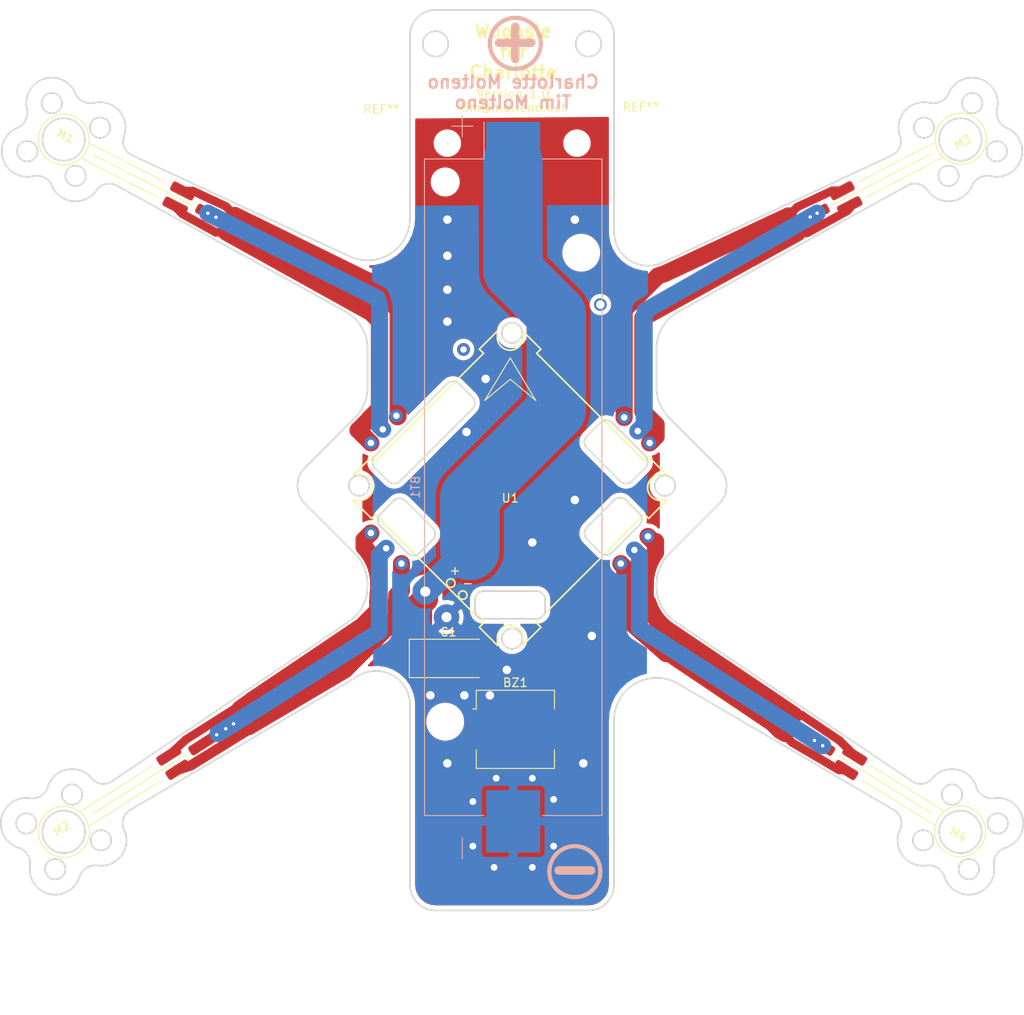
<source format=kicad_pcb>
(kicad_pcb (version 20171130) (host pcbnew 5.1.9+dfsg1-1)

  (general
    (thickness 1.6)
    (drawings 111)
    (tracks 308)
    (zones 0)
    (modules 10)
    (nets 24)
  )

  (page A4)
  (layers
    (0 F.Cu signal)
    (31 B.Cu signal)
    (32 B.Adhes user)
    (33 F.Adhes user)
    (34 B.Paste user)
    (35 F.Paste user)
    (36 B.SilkS user)
    (37 F.SilkS user)
    (38 B.Mask user)
    (39 F.Mask user)
    (40 Dwgs.User user)
    (41 Cmts.User user)
    (42 Eco1.User user)
    (43 Eco2.User user)
    (44 Edge.Cuts user)
    (45 Margin user)
    (46 B.CrtYd user)
    (47 F.CrtYd user)
    (48 B.Fab user)
    (49 F.Fab user)
  )

  (setup
    (last_trace_width 1)
    (user_trace_width 0.5)
    (user_trace_width 1)
    (user_trace_width 1.2)
    (user_trace_width 2)
    (user_trace_width 3)
    (user_trace_width 7)
    (trace_clearance 0.2)
    (zone_clearance 0.508)
    (zone_45_only no)
    (trace_min 0.2)
    (via_size 0.8)
    (via_drill 0.4)
    (via_min_size 0.4)
    (via_min_drill 0.3)
    (user_via 1 0.8)
    (user_via 1.5 1)
    (uvia_size 0.3)
    (uvia_drill 0.1)
    (uvias_allowed no)
    (uvia_min_size 0.2)
    (uvia_min_drill 0.1)
    (edge_width 0.05)
    (segment_width 0.2)
    (pcb_text_width 0.3)
    (pcb_text_size 1.5 1.5)
    (mod_edge_width 0.12)
    (mod_text_size 1 1)
    (mod_text_width 0.15)
    (pad_size 1.524 1.524)
    (pad_drill 0.762)
    (pad_to_mask_clearance 0)
    (aux_axis_origin 0 0)
    (visible_elements FFFFFF7F)
    (pcbplotparams
      (layerselection 0x010fc_ffffffff)
      (usegerberextensions true)
      (usegerberattributes true)
      (usegerberadvancedattributes true)
      (creategerberjobfile false)
      (excludeedgelayer true)
      (linewidth 0.100000)
      (plotframeref false)
      (viasonmask false)
      (mode 1)
      (useauxorigin false)
      (hpglpennumber 1)
      (hpglpenspeed 20)
      (hpglpendiameter 15.000000)
      (psnegative false)
      (psa4output false)
      (plotreference true)
      (plotvalue false)
      (plotinvisibletext false)
      (padsonsilk false)
      (subtractmaskfromsilk true)
      (outputformat 1)
      (mirror false)
      (drillshape 0)
      (scaleselection 1)
      (outputdirectory "ver1.0/"))
  )

  (net 0 "")
  (net 1 "Net-(BZ1-Pad2)")
  (net 2 "Net-(BZ1-Pad1)")
  (net 3 "Net-(M1-Pad3)")
  (net 4 "Net-(M1-Pad2)")
  (net 5 "Net-(M1-Pad1)")
  (net 6 "Net-(M2-Pad3)")
  (net 7 "Net-(M2-Pad2)")
  (net 8 "Net-(M2-Pad1)")
  (net 9 "Net-(M3-Pad3)")
  (net 10 "Net-(M3-Pad2)")
  (net 11 "Net-(M3-Pad1)")
  (net 12 "Net-(M4-Pad3)")
  (net 13 "Net-(M4-Pad2)")
  (net 14 "Net-(M4-Pad1)")
  (net 15 "Net-(U1-Pad17)")
  (net 16 "Net-(U1-Pad16)")
  (net 17 "Net-(U1-Pad15)")
  (net 18 "Net-(U1-Pad3)")
  (net 19 "Net-(U1-Pad4)")
  (net 20 "Net-(U1-Pad2)")
  (net 21 "Net-(U1-Pad1)")
  (net 22 GND)
  (net 23 +BATT)

  (net_class Default "This is the default net class."
    (clearance 0.2)
    (trace_width 0.25)
    (via_dia 0.8)
    (via_drill 0.4)
    (uvia_dia 0.3)
    (uvia_drill 0.1)
    (add_net +BATT)
    (add_net GND)
    (add_net "Net-(BZ1-Pad1)")
    (add_net "Net-(BZ1-Pad2)")
    (add_net "Net-(M1-Pad1)")
    (add_net "Net-(M1-Pad2)")
    (add_net "Net-(M1-Pad3)")
    (add_net "Net-(M2-Pad1)")
    (add_net "Net-(M2-Pad2)")
    (add_net "Net-(M2-Pad3)")
    (add_net "Net-(M3-Pad1)")
    (add_net "Net-(M3-Pad2)")
    (add_net "Net-(M3-Pad3)")
    (add_net "Net-(M4-Pad1)")
    (add_net "Net-(M4-Pad2)")
    (add_net "Net-(M4-Pad3)")
    (add_net "Net-(U1-Pad1)")
    (add_net "Net-(U1-Pad15)")
    (add_net "Net-(U1-Pad16)")
    (add_net "Net-(U1-Pad17)")
    (add_net "Net-(U1-Pad2)")
    (add_net "Net-(U1-Pad3)")
    (add_net "Net-(U1-Pad4)")
  )

  (module woopsie:ELRS_24 (layer F.Cu) (tedit 60E662A1) (tstamp 60E5E344)
    (at 125.4015 100.28655)
    (descr "Happymodel ExpressLRS All-In-One")
    (path /60E6101F)
    (fp_text reference U1 (at 0 1.5) (layer F.SilkS)
      (effects (font (size 1 1) (thickness 0.15)))
    )
    (fp_text value AIO_ELRS24 (at 0 -0.5) (layer F.Fab)
      (effects (font (size 1 1) (thickness 0.15)))
    )
    (fp_line (start 18.40669 -1.2352) (end 16.28529 -3.35652) (layer F.SilkS) (width 0.2))
    (fp_line (start -16.32731 -3.35652) (end -15.83241 -2.86155) (layer F.SilkS) (width 0.2))
    (fp_line (start 16.28529 3.88612) (end 15.79039 3.39115) (layer F.SilkS) (width 0.2))
    (fp_line (start -3.64233 16.6961) (end -3.14736 16.2012) (layer F.SilkS) (width 0.2))
    (fp_line (start -1.52101 18.8175) (end -3.64233 16.6961) (layer F.SilkS) (width 0.2))
    (fp_line (start 1.47899 -17.4129) (end 1.47899 -18.1629) (layer F.SilkS) (width 0.2))
    (fp_line (start -18.44871 1.7648) (end -16.32731 3.88612) (layer F.SilkS) (width 0.2))
    (fp_line (start 3.60031 -16.0415) (end 3.10534 -15.5466) (layer F.SilkS) (width 0.2))
    (fp_line (start 1.47899 -18.1629) (end 3.60031 -16.0415) (layer F.SilkS) (width 0.2))
    (fp_line (start 3.04284 16.1387) (end 15.79039 3.39115) (layer F.SilkS) (width 0.2))
    (fp_line (start 3.60031 16.6961) (end 3.04284 16.1387) (layer F.SilkS) (width 0.2))
    (fp_line (start 1.47899 18.8175) (end 3.60031 16.6961) (layer F.SilkS) (width 0.2))
    (fp_circle (center -5.58578 12.9142) (end -5.08578 12.9142) (layer F.SilkS) (width 0.2))
    (fp_line (start -18.44871 -1.2352) (end -16.32731 -3.35652) (layer F.SilkS) (width 0.2))
    (fp_line (start 10.57919 7.89518) (end 9.02359 6.33955) (layer Edge.Cuts) (width 0.2))
    (fp_line (start 12.91269 -0.506647) (end 9.02359 -4.39573) (layer Edge.Cuts) (width 0.2))
    (fp_line (start 15.17539 4.7132) (end 11.99339 7.89518) (layer Edge.Cuts) (width 0.2))
    (fp_line (start -12.09791 7.95768) (end -15.27991 4.7757) (layer Edge.Cuts) (width 0.2))
    (fp_line (start -9.12811 6.40205) (end -10.68371 7.95768) (layer Edge.Cuts) (width 0.2))
    (fp_line (start -12.31011 1.80585) (end -9.12811 4.98783) (layer Edge.Cuts) (width 0.2))
    (fp_line (start 9.02359 -5.80995) (end 10.57919 -7.36558) (layer Edge.Cuts) (width 0.2))
    (fp_line (start -4.14601 14.6925) (end -4.14601 13.4425) (layer Edge.Cuts) (width 0.2))
    (fp_line (start 3.10399 15.6925) (end -3.14601 15.6925) (layer Edge.Cuts) (width 0.2))
    (fp_line (start 4.10399 13.4425) (end 4.10399 14.6925) (layer Edge.Cuts) (width 0.2))
    (fp_line (start -3.14601 12.4425) (end 3.10399 12.4425) (layer Edge.Cuts) (width 0.2))
    (fp_line (start -4.46941 -8.99193) (end -12.95471 -0.506647) (layer Edge.Cuts) (width 0.2))
    (fp_line (start -6.02505 -11.9618) (end -4.46941 -10.4061) (layer Edge.Cuts) (width 0.2))
    (fp_line (start -15.92451 -3.4765) (end -7.43926 -11.9618) (layer Edge.Cuts) (width 0.2))
    (fp_line (start -14.36891 -0.506647) (end -15.92451 -2.06228) (layer Edge.Cuts) (width 0.2))
    (fp_line (start -15.27991 3.36149) (end -13.72431 1.80585) (layer Edge.Cuts) (width 0.2))
    (fp_line (start 17.65669 1.7648) (end 18.40669 1.7648) (layer F.SilkS) (width 0.2))
    (fp_line (start -3.64233 -16.0415) (end -3.14736 -15.5466) (layer F.SilkS) (width 0.2))
    (fp_line (start 18.40669 1.7648) (end 16.28529 3.88612) (layer F.SilkS) (width 0.2))
    (fp_line (start 15.88249 -2.06228) (end 14.32689 -0.506647) (layer Edge.Cuts) (width 0.2))
    (fp_line (start 11.99339 -7.36558) (end 15.88249 -3.4765) (layer Edge.Cuts) (width 0.2))
    (fp_line (start -3.14736 -15.5466) (end -15.83241 -2.86155) (layer F.SilkS) (width 0.2))
    (fp_line (start -17.69871 -1.2352) (end -18.44871 -1.2352) (layer F.SilkS) (width 0.2))
    (fp_line (start 16.28529 -3.35652) (end 15.79039 -2.86155) (layer F.SilkS) (width 0.2))
    (fp_line (start 9.02359 4.92533) (end 12.20559 1.74335) (layer Edge.Cuts) (width 0.2))
    (fp_line (start -1.52101 -18.1629) (end -3.64233 -16.0415) (layer F.SilkS) (width 0.2))
    (fp_line (start -3.14736 16.2012) (end -15.89491 3.45365) (layer F.SilkS) (width 0.2))
    (fp_line (start -1.52101 17.9425) (end -1.52101 18.8175) (layer F.SilkS) (width 0.2))
    (fp_line (start 13.61979 1.74335) (end 15.17539 3.29899) (layer Edge.Cuts) (width 0.2))
    (fp_line (start -17.69871 1.7648) (end -18.44871 1.7648) (layer F.SilkS) (width 0.2))
    (fp_line (start 17.65669 -1.2352) (end 18.40669 -1.2352) (layer F.SilkS) (width 0.2))
    (fp_line (start -1.52101 -17.4129) (end -1.52101 -18.1629) (layer F.SilkS) (width 0.2))
    (fp_line (start 3.10534 -15.5466) (end 15.79039 -2.86155) (layer F.SilkS) (width 0.2))
    (fp_line (start 1.47899 17.9425) (end 1.47899 18.8175) (layer F.SilkS) (width 0.2))
    (fp_line (start -16.32731 3.88612) (end -15.89491 3.45365) (layer F.SilkS) (width 0.2))
    (fp_circle (center -7 11.5) (end -6.5 11.5) (layer F.SilkS) (width 0.2))
    (fp_line (start 0 -15) (end -3 -10) (layer F.SilkS) (width 0.12))
    (fp_line (start -3 -10) (end 0 -12.5) (layer F.SilkS) (width 0.12))
    (fp_line (start 0 -12.5) (end 3 -10) (layer F.SilkS) (width 0.12))
    (fp_line (start 3 -10) (end 0 -15) (layer F.SilkS) (width 0.12))
    (fp_text user - (at -5 11.5) (layer F.SilkS)
      (effects (font (size 1 1) (thickness 0.15)))
    )
    (fp_text user + (at -6.5 10) (layer F.SilkS)
      (effects (font (size 1 1) (thickness 0.15)))
    )
    (fp_arc (start -0.02101 -17.4129) (end -1.52101 -17.4129) (angle -180) (layer F.SilkS) (width 0.2))
    (fp_arc (start 9.73069 -5.10284) (end 9.023583 -5.809946) (angle -90) (layer Edge.Cuts) (width 0.2))
    (fp_arc (start -14.57281 4.0686) (end -15.279916 3.361493) (angle -90) (layer Edge.Cuts) (width 0.2))
    (fp_arc (start -11.39081 7.25058) (end -12.097916 7.957686) (angle -90) (layer Edge.Cuts) (width 0.2))
    (fp_arc (start -9.83521 5.69494) (end -9.128103 6.402046) (angle -90) (layer Edge.Cuts) (width 0.2))
    (fp_arc (start 13.61979 -1.21375) (end 12.912683 -0.506643) (angle -90) (layer Edge.Cuts) (width 0.2))
    (fp_arc (start 11.28629 -6.65848) (end 11.993396 -7.365586) (angle -90) (layer Edge.Cuts) (width 0.2))
    (fp_arc (start -3.14601 13.4425) (end -3.14601 12.4425) (angle -90) (layer Edge.Cuts) (width 0.2))
    (fp_arc (start -3.14601 14.6925) (end -4.14601 14.6925) (angle -90) (layer Edge.Cuts) (width 0.2))
    (fp_arc (start 3.10399 14.6925) (end 3.10399 15.6925) (angle -90) (layer Edge.Cuts) (width 0.2))
    (fp_arc (start 3.10399 13.4425) (end 4.10399 13.4425) (angle -90) (layer Edge.Cuts) (width 0.2))
    (fp_arc (start -13.66181 -1.21375) (end -14.368916 -0.506643) (angle -90) (layer Edge.Cuts) (width 0.2))
    (fp_arc (start -5.17652 -9.69903) (end -4.469413 -8.991923) (angle -90) (layer Edge.Cuts) (width 0.2))
    (fp_arc (start -6.73215 -11.2547) (end -6.025043 -11.961806) (angle -90) (layer Edge.Cuts) (width 0.2))
    (fp_arc (start -15.21741 -2.76939) (end -15.924516 -3.476496) (angle -90) (layer Edge.Cuts) (width 0.2))
    (fp_arc (start -13.01721 2.51296) (end -12.310103 1.805853) (angle -90) (layer Edge.Cuts) (width 0.2))
    (fp_arc (start 17.65669 0.2648) (end 17.65669 -1.2352) (angle -180) (layer F.SilkS) (width 0.2))
    (fp_arc (start 11.28629 7.18808) (end 10.579183 7.895186) (angle -90) (layer Edge.Cuts) (width 0.2))
    (fp_arc (start 15.17539 -2.76939) (end 15.882496 -2.062283) (angle -90) (layer Edge.Cuts) (width 0.2))
    (fp_arc (start 9.73069 5.63244) (end 9.023583 4.925333) (angle -90) (layer Edge.Cuts) (width 0.2))
    (fp_arc (start -17.69871 0.2648) (end -17.69871 1.7648) (angle -180) (layer F.SilkS) (width 0.2))
    (fp_arc (start 12.91269 2.45046) (end 13.619796 1.743353) (angle -90) (layer Edge.Cuts) (width 0.2))
    (fp_arc (start 14.46829 4.0061) (end 15.175396 4.713206) (angle -90) (layer Edge.Cuts) (width 0.2))
    (fp_arc (start -0.02101 17.9425) (end 1.478989 17.942499) (angle -180) (layer F.SilkS) (width 0.2))
    (pad 17 smd circle (at 10.6 11) (size 1.524 1.524) (layers F.Cu F.Paste F.Mask)
      (net 15 "Net-(U1-Pad17)"))
    (pad 16 smd circle (at 9.2 12.4) (size 1.524 1.524) (layers F.Cu F.Paste F.Mask)
      (net 16 "Net-(U1-Pad16)"))
    (pad 15 smd circle (at 7.8 13.8) (size 1.524 1.524) (layers F.Cu F.Paste F.Mask)
      (net 17 "Net-(U1-Pad15)"))
    (pad 3 smd circle (at -8.6 -2.6) (size 1.524 1.524) (layers F.Cu F.Paste F.Mask)
      (net 18 "Net-(U1-Pad3)"))
    (pad 4 smd circle (at -10.2 -1) (size 1.524 1.524) (layers F.Cu F.Paste F.Mask)
      (net 19 "Net-(U1-Pad4)"))
    (pad 14 smd circle (at 6.4 15.2) (size 1.524 1.524) (layers F.Cu F.Paste F.Mask)
      (net 2 "Net-(BZ1-Pad1)"))
    (pad 13 smd circle (at 5 16.6) (size 1.524 1.524) (layers F.Cu F.Paste F.Mask)
      (net 1 "Net-(BZ1-Pad2)"))
    (pad 2 smd circle (at -7 -14.5) (size 1.524 1.524) (layers F.Cu F.Paste F.Mask)
      (net 20 "Net-(U1-Pad2)"))
    (pad 1 thru_hole circle (at -5.5 -16) (size 1.524 1.524) (drill 0.762) (layers *.Cu *.Mask)
      (net 21 "Net-(U1-Pad1)"))
    (pad 23 thru_hole circle (at 13.4 -8) (size 1.524 1.524) (drill 0.762) (layers *.Cu *.Mask)
      (net 9 "Net-(M3-Pad3)"))
    (pad 22 thru_hole circle (at 15 -6.4) (size 1.524 1.524) (drill 0.762) (layers *.Cu *.Mask)
      (net 10 "Net-(M3-Pad2)"))
    (pad 21 thru_hole circle (at 16.4 -5) (size 1.524 1.524) (drill 0.762) (layers *.Cu *.Mask)
      (net 11 "Net-(M3-Pad1)"))
    (pad 20 thru_hole circle (at 16.2 6) (size 1.524 1.524) (drill 0.762) (layers *.Cu *.Mask)
      (net 12 "Net-(M4-Pad3)"))
    (pad 19 thru_hole circle (at 14.6 7.6) (size 1.524 1.524) (drill 0.762) (layers *.Cu *.Mask)
      (net 13 "Net-(M4-Pad2)"))
    (pad 18 thru_hole circle (at 13 9.2) (size 1.524 1.524) (drill 0.762) (layers *.Cu *.Mask)
      (net 14 "Net-(M4-Pad1)"))
    (pad 5 thru_hole circle (at -13.4 -8.2) (size 1.524 1.524) (drill 0.762) (layers *.Cu *.Mask)
      (net 5 "Net-(M1-Pad1)"))
    (pad 6 thru_hole circle (at -15 -6.6) (size 1.524 1.524) (drill 0.762) (layers *.Cu *.Mask)
      (net 4 "Net-(M1-Pad2)"))
    (pad 7 thru_hole circle (at -16.4 -5) (size 1.524 1.524) (drill 0.762) (layers *.Cu *.Mask)
      (net 3 "Net-(M1-Pad3)"))
    (pad 8 thru_hole circle (at -16.4 5.6) (size 1.524 1.524) (drill 0.762) (layers *.Cu *.Mask)
      (net 8 "Net-(M2-Pad1)"))
    (pad 9 thru_hole circle (at -14.6 7.4) (size 1.524 1.524) (drill 0.762) (layers *.Cu *.Mask)
      (net 7 "Net-(M2-Pad2)"))
    (pad 10 thru_hole circle (at -12.8 9.2) (size 1.524 1.524) (drill 0.762) (layers *.Cu *.Mask)
      (net 6 "Net-(M2-Pad3)"))
    (pad 11 thru_hole circle (at -10 12.5) (size 3 3) (drill 1.2) (layers *.Cu *.Mask)
      (net 23 +BATT))
    (pad 12 thru_hole circle (at -7.5 15.5) (size 3 3) (drill 1.2) (layers *.Cu *.Mask)
      (net 22 GND))
  )

  (module MountingHole:MountingHole_2.2mm_M2 (layer F.Cu) (tedit 56D1B4CB) (tstamp 60E69059)
    (at 133.25 60)
    (descr "Mounting Hole 2.2mm, no annular, M2")
    (tags "mounting hole 2.2mm no annular m2")
    (attr virtual)
    (fp_text reference REF** (at 7.5 -4.25) (layer F.SilkS)
      (effects (font (size 1 1) (thickness 0.15)))
    )
    (fp_text value MountingHole_2.2mm_M2 (at 15.75 0) (layer F.Fab)
      (effects (font (size 1 1) (thickness 0.15)))
    )
    (fp_circle (center 0 0) (end 2.45 0) (layer F.CrtYd) (width 0.05))
    (fp_circle (center 0 0) (end 2.2 0) (layer Cmts.User) (width 0.15))
    (fp_text user %R (at 0.3 0) (layer F.Fab)
      (effects (font (size 1 1) (thickness 0.15)))
    )
    (pad 1 np_thru_hole circle (at 0 0) (size 2.2 2.2) (drill 2.2) (layers *.Cu *.Mask))
  )

  (module MountingHole:MountingHole_2.2mm_M2 (layer F.Cu) (tedit 56D1B4CB) (tstamp 60E6903B)
    (at 118 60)
    (descr "Mounting Hole 2.2mm, no annular, M2")
    (tags "mounting hole 2.2mm no annular m2")
    (attr virtual)
    (fp_text reference REF** (at -7.75 -4) (layer F.SilkS)
      (effects (font (size 1 1) (thickness 0.15)))
    )
    (fp_text value MountingHole_2.2mm_M2 (at -14.5 0.25) (layer F.Fab)
      (effects (font (size 1 1) (thickness 0.15)))
    )
    (fp_circle (center 0 0) (end 2.45 0) (layer F.CrtYd) (width 0.05))
    (fp_circle (center 0 0) (end 2.2 0) (layer Cmts.User) (width 0.15))
    (fp_text user %R (at 0.3 0) (layer F.Fab)
      (effects (font (size 1 1) (thickness 0.15)))
    )
    (pad 1 np_thru_hole circle (at 0 0) (size 2.2 2.2) (drill 2.2) (layers *.Cu *.Mask))
  )

  (module Battery:BatteryHolder_Keystone_1042_1x18650 (layer B.Cu) (tedit 5A033499) (tstamp 60E5FD0E)
    (at 125.75 100.5 270)
    (descr "Battery holder for 18650 cylindrical cells http://www.keyelco.com/product.cfm/product_id/918")
    (tags "18650 Keystone 1042 Li-ion")
    (path /60E6A9AC)
    (attr smd)
    (fp_text reference BT1 (at 0 11.5 270) (layer B.SilkS)
      (effects (font (size 1 1) (thickness 0.15)) (justify mirror))
    )
    (fp_text value Battery_Cell (at 0 -11.3 270) (layer B.Fab)
      (effects (font (size 1 1) (thickness 0.15)) (justify mirror))
    )
    (fp_line (start -42.5 4.75) (end -42.5 7.25) (layer B.SilkS) (width 0.12))
    (fp_line (start -43.75 6) (end -41.25 6) (layer B.SilkS) (width 0.12))
    (fp_line (start -39.03 -3.68) (end -43.5 -3.68) (layer B.CrtYd) (width 0.05))
    (fp_line (start -43.5 -3.68) (end -43.5 3.68) (layer B.CrtYd) (width 0.05))
    (fp_line (start -43.5 3.68) (end -39.03 3.68) (layer B.CrtYd) (width 0.05))
    (fp_line (start 43.5 3.68) (end 39.03 3.68) (layer B.CrtYd) (width 0.05))
    (fp_line (start 39.03 -3.68) (end 43.5 -3.68) (layer B.CrtYd) (width 0.05))
    (fp_line (start -39.03 10.83) (end -39.03 3.68) (layer B.CrtYd) (width 0.05))
    (fp_line (start -39.03 -10.83) (end -39.03 -3.68) (layer B.CrtYd) (width 0.05))
    (fp_line (start 39.03 10.83) (end 39.03 3.68) (layer B.CrtYd) (width 0.05))
    (fp_line (start -39.03 10.83) (end 39.03 10.83) (layer B.CrtYd) (width 0.05))
    (fp_line (start -39.03 -10.83) (end 39.03 -10.83) (layer B.CrtYd) (width 0.05))
    (fp_line (start 38.53 10.33) (end 38.53 -10.33) (layer B.Fab) (width 0.1))
    (fp_line (start -33.3675 10.33) (end 38.53 10.33) (layer B.Fab) (width 0.1))
    (fp_line (start 43.75 6) (end 41.25 6) (layer B.SilkS) (width 0.12))
    (fp_line (start -38.53 5.1675) (end -38.53 -10.33) (layer B.Fab) (width 0.1))
    (fp_line (start -38.53 -10.33) (end 38.53 -10.33) (layer B.Fab) (width 0.1))
    (fp_line (start 38.64 3.44) (end 38.64 10.42) (layer B.SilkS) (width 0.12))
    (fp_line (start 38.64 10.44) (end -38.64 10.44) (layer B.SilkS) (width 0.12))
    (fp_line (start -38.64 10.44) (end -38.64 3.44) (layer B.SilkS) (width 0.12))
    (fp_line (start 38.64 -3.44) (end 38.64 -10.44) (layer B.SilkS) (width 0.12))
    (fp_line (start 38.64 -10.44) (end -38.64 -10.44) (layer B.SilkS) (width 0.12))
    (fp_line (start -38.64 -10.44) (end -38.64 -3.44) (layer B.SilkS) (width 0.12))
    (fp_line (start 39.03 -10.83) (end 39.03 -3.68) (layer B.CrtYd) (width 0.05))
    (fp_line (start 43.5 -3.68) (end 43.5 3.68) (layer B.CrtYd) (width 0.05))
    (fp_line (start -38.64 3.44) (end -43 3.44) (layer B.SilkS) (width 0.12))
    (fp_line (start -33.3675 10.33) (end -38.53 5.1675) (layer B.Fab) (width 0.1))
    (fp_text user %R (at 0 0 270) (layer B.Fab)
      (effects (font (size 1 1) (thickness 0.15)) (justify mirror))
    )
    (pad "" np_thru_hole circle (at -35.93 8 270) (size 2.39 2.39) (drill 2.39) (layers *.Cu *.Mask))
    (pad "" np_thru_hole circle (at -27.6 -8 270) (size 3.45 3.45) (drill 3.45) (layers *.Cu *.Mask))
    (pad "" np_thru_hole circle (at 27.6 8 270) (size 3.45 3.45) (drill 3.45) (layers *.Cu *.Mask))
    (pad 2 smd rect (at 39.33 0 270) (size 7.34 6.35) (layers B.Cu B.Paste B.Mask)
      (net 22 GND))
    (pad 1 smd rect (at -39.33 0 270) (size 7.34 6.35) (layers B.Cu B.Paste B.Mask)
      (net 23 +BATT))
    (model ${KISYS3DMOD}/Battery.3dshapes/BatteryHolder_Keystone_1042_1x18650.wrl
      (at (xyz 0 0 0))
      (scale (xyz 1 1 1))
      (rotate (xyz 0 0 0))
    )
  )

  (module Capacitor_Tantalum_SMD:CP_EIA-7343-15_Kemet-W_Pad2.25x2.55mm_HandSolder (layer F.Cu) (tedit 5EBA9318) (tstamp 60E5ED51)
    (at 118.11 120.65)
    (descr "Tantalum Capacitor SMD Kemet-W (7343-15 Metric), IPC_7351 nominal, (Body size from: http://www.kemet.com/Lists/ProductCatalog/Attachments/253/KEM_TC101_STD.pdf), generated with kicad-footprint-generator")
    (tags "capacitor tantalum")
    (path /60E6FC48)
    (attr smd)
    (fp_text reference C1 (at 0 -3.1) (layer F.SilkS)
      (effects (font (size 1 1) (thickness 0.15)))
    )
    (fp_text value CP (at 0 3.1) (layer F.Fab)
      (effects (font (size 1 1) (thickness 0.15)))
    )
    (fp_line (start 4.58 2.4) (end -4.58 2.4) (layer F.CrtYd) (width 0.05))
    (fp_line (start 4.58 -2.4) (end 4.58 2.4) (layer F.CrtYd) (width 0.05))
    (fp_line (start -4.58 -2.4) (end 4.58 -2.4) (layer F.CrtYd) (width 0.05))
    (fp_line (start -4.58 2.4) (end -4.58 -2.4) (layer F.CrtYd) (width 0.05))
    (fp_line (start -4.585 2.26) (end 3.65 2.26) (layer F.SilkS) (width 0.12))
    (fp_line (start -4.585 -2.26) (end -4.585 2.26) (layer F.SilkS) (width 0.12))
    (fp_line (start 3.65 -2.26) (end -4.585 -2.26) (layer F.SilkS) (width 0.12))
    (fp_line (start 3.65 2.15) (end 3.65 -2.15) (layer F.Fab) (width 0.1))
    (fp_line (start -3.65 2.15) (end 3.65 2.15) (layer F.Fab) (width 0.1))
    (fp_line (start -3.65 -1.15) (end -3.65 2.15) (layer F.Fab) (width 0.1))
    (fp_line (start -2.65 -2.15) (end -3.65 -1.15) (layer F.Fab) (width 0.1))
    (fp_line (start 3.65 -2.15) (end -2.65 -2.15) (layer F.Fab) (width 0.1))
    (fp_text user %R (at 0 -1.27) (layer F.Fab)
      (effects (font (size 1 1) (thickness 0.15)))
    )
    (pad 2 smd roundrect (at 3.2 0) (size 2.25 2.55) (layers F.Cu F.Paste F.Mask) (roundrect_rratio 0.111111)
      (net 22 GND))
    (pad 1 smd roundrect (at -3.2 0) (size 2.25 2.55) (layers F.Cu F.Paste F.Mask) (roundrect_rratio 0.111111)
      (net 23 +BATT))
    (model ${KISYS3DMOD}/Capacitor_Tantalum_SMD.3dshapes/CP_EIA-7343-15_Kemet-W.wrl
      (at (xyz 0 0 0))
      (scale (xyz 1 1 1))
      (rotate (xyz 0 0 0))
    )
  )

  (module woopsie:RB1202.5 (layer F.Cu) (tedit 60E57CC0) (tstamp 60E59236)
    (at 178.344864 140.97 328.2)
    (path /60E54D17)
    (fp_text reference M4 (at 0 0.5 148.2) (layer F.SilkS)
      (effects (font (size 1 1) (thickness 0.15)))
    )
    (fp_text value RB1202.5 (at -9.022785 0.334876 148.2) (layer F.Fab)
      (effects (font (size 1 1) (thickness 0.15)))
    )
    (fp_circle (center 0 0.035533) (end 3 0.035533) (layer F.SilkS) (width 0.12))
    (fp_line (start -13 -1) (end -3 -1) (layer F.SilkS) (width 0.12))
    (fp_line (start -17 0) (end -4 0) (layer F.SilkS) (width 0.12))
    (fp_line (start -13 1) (end -3 1) (layer F.SilkS) (width 0.12))
    (pad 1 smd roundrect (at -15.24 1 328.2) (size 3 1.2) (layers F.Cu F.Paste F.Mask) (roundrect_rratio 0.25)
      (net 14 "Net-(M4-Pad1)"))
    (pad 2 smd roundrect (at -19.05 0 328.2) (size 3 1.2) (layers F.Cu F.Paste F.Mask) (roundrect_rratio 0.25)
      (net 13 "Net-(M4-Pad2)"))
    (pad 3 smd roundrect (at -15.24 -1 328.2) (size 3 1.2) (layers F.Cu F.Paste F.Mask) (roundrect_rratio 0.25)
      (net 12 "Net-(M4-Pad3)"))
  )

  (module woopsie:RB1202.5 (layer F.Cu) (tedit 60E57CC0) (tstamp 60E5922B)
    (at 178.395441 59.442251 27.5)
    (path /60E54403)
    (fp_text reference M3 (at 0 0.499999 27.5) (layer F.SilkS)
      (effects (font (size 1 1) (thickness 0.15)))
    )
    (fp_text value RB1202.5 (at -7.315611 0.202676 27.5) (layer F.Fab)
      (effects (font (size 1 1) (thickness 0.15)))
    )
    (fp_circle (center 0 0.035533) (end 3 0.035533) (layer F.SilkS) (width 0.12))
    (fp_line (start -13 -1) (end -3 -1) (layer F.SilkS) (width 0.12))
    (fp_line (start -17 0) (end -4 0) (layer F.SilkS) (width 0.12))
    (fp_line (start -13 1) (end -3 1) (layer F.SilkS) (width 0.12))
    (pad 1 smd roundrect (at -15.24 1 27.5) (size 3 1.2) (layers F.Cu F.Paste F.Mask) (roundrect_rratio 0.25)
      (net 11 "Net-(M3-Pad1)"))
    (pad 2 smd roundrect (at -19.05 0 27.5) (size 3 1.2) (layers F.Cu F.Paste F.Mask) (roundrect_rratio 0.25)
      (net 10 "Net-(M3-Pad2)"))
    (pad 3 smd roundrect (at -15.24 -1 27.5) (size 3 1.2) (layers F.Cu F.Paste F.Mask) (roundrect_rratio 0.25)
      (net 9 "Net-(M3-Pad3)"))
  )

  (module woopsie:RB1202.5 (layer F.Cu) (tedit 60E57CC0) (tstamp 60E59220)
    (at 72.908929 141.100104 212.5)
    (path /60E54A5B)
    (fp_text reference M2 (at 0 0.5 32.5) (layer F.SilkS)
      (effects (font (size 1 1) (thickness 0.15)))
    )
    (fp_text value RB1202.5 (at -8.183533 -0.352037 32.5) (layer F.Fab)
      (effects (font (size 1 1) (thickness 0.15)))
    )
    (fp_circle (center 0 0.035533) (end 3 0.035533) (layer F.SilkS) (width 0.12))
    (fp_line (start -13 -1) (end -3 -1) (layer F.SilkS) (width 0.12))
    (fp_line (start -17 0) (end -4 0) (layer F.SilkS) (width 0.12))
    (fp_line (start -13 1) (end -3 1) (layer F.SilkS) (width 0.12))
    (pad 1 smd roundrect (at -15.24 1 212.5) (size 3 1.2) (layers F.Cu F.Paste F.Mask) (roundrect_rratio 0.25)
      (net 8 "Net-(M2-Pad1)"))
    (pad 2 smd roundrect (at -19.05 0 212.5) (size 3 1.2) (layers F.Cu F.Paste F.Mask) (roundrect_rratio 0.25)
      (net 7 "Net-(M2-Pad2)"))
    (pad 3 smd roundrect (at -15.24 -1 212.5) (size 3 1.2) (layers F.Cu F.Paste F.Mask) (roundrect_rratio 0.25)
      (net 6 "Net-(M2-Pad3)"))
  )

  (module woopsie:RB1202.5 (layer F.Cu) (tedit 60E57CC0) (tstamp 60E570A5)
    (at 72.850749 59.598632 153)
    (path /60E5408B)
    (fp_text reference M1 (at 0 0.5 153) (layer F.SilkS)
      (effects (font (size 1 1) (thickness 0.15)))
    )
    (fp_text value RB1202.5 (at -8.586717 -0.003457 153) (layer F.Fab)
      (effects (font (size 1 1) (thickness 0.15)))
    )
    (fp_circle (center 0 0.035533) (end 3 0.035533) (layer F.SilkS) (width 0.12))
    (fp_line (start -13 -1) (end -3 -1) (layer F.SilkS) (width 0.12))
    (fp_line (start -17 0) (end -4 0) (layer F.SilkS) (width 0.12))
    (fp_line (start -13 1) (end -3 1) (layer F.SilkS) (width 0.12))
    (pad 1 smd roundrect (at -15.24 1 153) (size 3 1.2) (layers F.Cu F.Paste F.Mask) (roundrect_rratio 0.25)
      (net 5 "Net-(M1-Pad1)"))
    (pad 2 smd roundrect (at -19.05 0 153) (size 3 1.2) (layers F.Cu F.Paste F.Mask) (roundrect_rratio 0.25)
      (net 4 "Net-(M1-Pad2)"))
    (pad 3 smd roundrect (at -15.24 -1 153) (size 3 1.2) (layers F.Cu F.Paste F.Mask) (roundrect_rratio 0.25)
      (net 3 "Net-(M1-Pad3)"))
  )

  (module Buzzer_Beeper:Buzzer_CUI_CPT-9019S-SMT (layer F.Cu) (tedit 5C12D246) (tstamp 60E5920A)
    (at 126 129)
    (descr https://www.cui.com/product/resource/cpt-9019s-smt.pdf)
    (tags "buzzer piezo")
    (path /60E555F2)
    (attr smd)
    (fp_text reference BZ1 (at 0 -5.5) (layer F.SilkS)
      (effects (font (size 1 1) (thickness 0.15)))
    )
    (fp_text value Buzzer (at 0 5.5) (layer F.Fab)
      (effects (font (size 1 1) (thickness 0.15)))
    )
    (fp_line (start 4.75 2.35) (end 4.75 4.75) (layer F.CrtYd) (width 0.05))
    (fp_line (start 5.25 2.35) (end 4.75 2.35) (layer F.CrtYd) (width 0.05))
    (fp_line (start 5.25 -2.35) (end 5.25 2.35) (layer F.CrtYd) (width 0.05))
    (fp_line (start 4.75 -2.35) (end 5.25 -2.35) (layer F.CrtYd) (width 0.05))
    (fp_line (start -4.75 -4.75) (end 4.75 -4.75) (layer F.CrtYd) (width 0.05))
    (fp_line (start -4.75 -2.35) (end -4.75 -4.75) (layer F.CrtYd) (width 0.05))
    (fp_line (start -5.25 -2.35) (end -4.75 -2.35) (layer F.CrtYd) (width 0.05))
    (fp_line (start -5.25 2.35) (end -5.25 -2.35) (layer F.CrtYd) (width 0.05))
    (fp_line (start -4.75 2.35) (end -5.25 2.35) (layer F.CrtYd) (width 0.05))
    (fp_line (start -4.75 4.75) (end -4.75 2.35) (layer F.CrtYd) (width 0.05))
    (fp_line (start 4.75 4.75) (end -4.75 4.75) (layer F.CrtYd) (width 0.05))
    (fp_line (start 4.75 -4.75) (end 4.75 -2.35) (layer F.CrtYd) (width 0.05))
    (fp_line (start -4.6 -2.4) (end -5 -2.4) (layer F.SilkS) (width 0.12))
    (fp_line (start -3.5 -4.5) (end -4.5 -3.5) (layer F.Fab) (width 0.1))
    (fp_line (start 4.5 4.5) (end 4.5 -4.5) (layer F.Fab) (width 0.1))
    (fp_line (start -4.5 4.5) (end 4.5 4.5) (layer F.Fab) (width 0.1))
    (fp_line (start -4.5 -3.5) (end -4.5 4.5) (layer F.Fab) (width 0.1))
    (fp_line (start 4.5 -4.5) (end -3.5 -4.5) (layer F.Fab) (width 0.1))
    (fp_line (start -4.6 -4.6) (end -4.6 -2.4) (layer F.SilkS) (width 0.12))
    (fp_line (start -4.6 2.4) (end -4.6 4.6) (layer F.SilkS) (width 0.12))
    (fp_line (start 4.6 2.4) (end 4.6 4.6) (layer F.SilkS) (width 0.12))
    (fp_line (start 4.6 4.6) (end -4.6 4.6) (layer F.SilkS) (width 0.12))
    (fp_line (start 4.6 -4.6) (end 4.6 -2.4) (layer F.SilkS) (width 0.12))
    (fp_line (start -4.6 -4.6) (end 4.6 -4.6) (layer F.SilkS) (width 0.12))
    (fp_text user %R (at 0 1.27) (layer F.Fab)
      (effects (font (size 1 1) (thickness 0.15)))
    )
    (pad 2 smd rect (at 4 0) (size 2 4.2) (layers F.Cu F.Paste F.Mask)
      (net 1 "Net-(BZ1-Pad2)"))
    (pad 1 smd rect (at -4 0) (size 2 4.2) (layers F.Cu F.Paste F.Mask)
      (net 2 "Net-(BZ1-Pad1)"))
    (model ${KISYS3DMOD}/Buzzer_Beeper.3dshapes/Buzzer_CUI_CPT-9019S-SMT.wrl
      (at (xyz 0 0 0))
      (scale (xyz 1 1 1))
      (rotate (xyz 0 0 0))
    )
  )

  (gr_line (start 108.6094 111.8746) (end 108.6094 112.1766) (layer Edge.Cuts) (width 0.2))
  (gr_arc (start 103.6094 111.8746) (end 108.6094 111.8746) (angle -45.00000082) (layer Edge.Cuts) (width 0.2))
  (gr_text - (at 133 145.25) (layer B.SilkS)
    (effects (font (size 5 5) (thickness 1)) (justify mirror))
  )
  (gr_circle (center 133 145.75) (end 136 145.75) (layer B.SilkS) (width 0.5) (tstamp 60E69653))
  (gr_circle (center 126 48.25) (end 129 48.25) (layer B.SilkS) (width 0.5))
  (gr_text + (at 125.99 47.83) (layer B.SilkS)
    (effects (font (size 5 5) (thickness 1)) (justify mirror))
  )
  (gr_text "Version 1.0\ntim@molteno.net" (at 125.75 55) (layer F.SilkS)
    (effects (font (size 1 1) (thickness 0.15)))
  )
  (gr_text "Woopsie\nfor\nCharlotte" (at 125.75 49.25) (layer F.SilkS)
    (effects (font (size 1.5 1.5) (thickness 0.3)))
  )
  (gr_text "Charlotte Molteno\nTim Molteno" (at 125.73 54) (layer B.SilkS) (tstamp 60E570EB)
    (effects (font (size 1.5 1.5) (thickness 0.3)) (justify mirror))
  )
  (gr_arc (start 103.6094 84.2007) (end 108.6094 84.2007) (angle -61.1525) (layer Edge.Cuts) (width 0.2))
  (gr_circle (center 174.08 58.1766) (end 175.28 58.1766) (layer Edge.Cuts) (width 0.2))
  (gr_arc (start 173.0117 66.5346) (end 174.485999 65.533262) (angle -84.6628) (layer Edge.Cuts) (width 0.2))
  (gr_arc (start 68.58 60.96) (end 67.547202 58.143384) (angle -175.7551) (layer Edge.Cuts) (width 0.2))
  (gr_arc (start 76.0357 53.3304) (end 74.284301 54.256037) (angle -70.3149) (layer Edge.Cuts) (width 0.2))
  (gr_circle (center 134.6094 48.3183) (end 136.1094 48.3183) (layer Edge.Cuts) (width 0.2))
  (gr_line (start 170.3351 61.4099) (end 143.304 74.0521) (layer Edge.Cuts) (width 0.2))
  (gr_circle (center 125.6094 118.3183) (end 126.809399 118.3183) (layer Edge.Cuts) (width 0.2))
  (gr_arc (start 147.6094 111.8746) (end 144.073866 108.339066) (angle -45) (layer Edge.Cuts) (width 0.2))
  (gr_circle (center 143.6094 100.3183) (end 144.8094 100.3183) (layer Edge.Cuts) (width 0.2))
  (gr_arc (start 174.6201 146.9859) (end 176.449554 146.226098) (angle -70.3145) (layer Edge.Cuts) (width 0.2))
  (gr_arc (start 176.9677 63.8477) (end 174.485987 65.533258) (angle -125.6788) (layer Edge.Cuts) (width 0.2))
  (gr_arc (start 147.6094 88.762) (end 142.6094 88.762) (angle -45) (layer Edge.Cuts) (width 0.2))
  (gr_circle (center 177.3692 136.6786) (end 178.5692 136.6786) (layer Edge.Cuts) (width 0.2))
  (gr_circle (center 68.4697 140.0781) (end 69.669701 140.0781) (layer Edge.Cuts) (width 0.2))
  (gr_line (start 142.6094 88.762) (end 142.6094 84.2007) (layer Edge.Cuts) (width 0.2))
  (gr_line (start 145.1352 123.6226) (end 170.539 138.4924) (layer Edge.Cuts) (width 0.2))
  (gr_arc (start 147.852 100.3183) (end 149.97332 102.43962) (angle -90) (layer Edge.Cuts) (width 0.2))
  (gr_arc (start 181.5357 65.8062) (end 181.81728 63.845355) (angle -70.3149) (layer Edge.Cuts) (width 0.2))
  (gr_arc (start 169.6386 140.0306) (end 171.252747 140.786371) (angle -84.7478) (layer Edge.Cuts) (width 0.2))
  (gr_line (start 142.6094 111.8746) (end 142.6094 112.1766) (layer Edge.Cuts) (width 0.2))
  (gr_arc (start 74.2511 63.8477) (end 71.434484 64.880499) (angle -125.6788) (layer Edge.Cuts) (width 0.2))
  (gr_arc (start 116.6094 147.3183) (end 113.6094 147.3183) (angle -90) (layer Edge.Cuts) (width 0.2))
  (gr_line (start 78.5364 135.1151) (end 106.4049 116.322099) (layer Edge.Cuts) (width 0.2))
  (gr_line (start 172.1518 64.9736) (end 145.197 79.8212) (layer Edge.Cuts) (width 0.2))
  (gr_line (start 137.6094 47.3183) (end 137.6094 70.4288) (layer Edge.Cuts) (width 0.2))
  (gr_arc (start 134.6094 47.3183) (end 137.609399 47.318298) (angle -89.99994821) (layer Edge.Cuts) (width 0.2))
  (gr_line (start 80.6768 138.4943) (end 107.5821 122.6757) (layer Edge.Cuts) (width 0.2))
  (gr_arc (start 142.6094 127.9378) (end 145.135201 123.622672) (angle -120.342) (layer Edge.Cuts) (width 0.2))
  (gr_arc (start 147.6094 112.1766) (end 142.6094 112.1766) (angle -56.006) (layer Edge.Cuts) (width 0.2))
  (gr_line (start 125.6094 150.3183) (end 116.6094 150.3183) (layer Edge.Cuts) (width 0.2))
  (gr_line (start 137.6094 127.9378) (end 137.6094 147.3183) (layer Edge.Cuts) (width 0.2))
  (gr_arc (start 103.6094 88.762) (end 107.144934 92.297534) (angle -45) (layer Edge.Cuts) (width 0.2))
  (gr_circle (center 74.2511 63.8477) (end 75.4511 63.8477) (layer Edge.Cuts) (width 0.2))
  (gr_arc (start 103.6094 112.1766) (end 106.404909 116.322095) (angle -56.0063) (layer Edge.Cuts) (width 0.2))
  (gr_line (start 134.6094 150.3183) (end 125.6094 150.3183) (layer Edge.Cuts) (width 0.2))
  (gr_arc (start 179.7511 55.2889) (end 182.636437 56.11038) (angle -175.7551) (layer Edge.Cuts) (width 0.2))
  (gr_arc (start 73.8496 136.6786) (end 76.164897 134.770878) (angle -125.6787) (layer Edge.Cuts) (width 0.2))
  (gr_line (start 116.6094 44.3183) (end 125.6094 44.3183) (layer Edge.Cuts) (width 0.2))
  (gr_circle (center 125.6094 82.3183) (end 126.8094 82.3183) (layer Edge.Cuts) (width 0.2))
  (gr_circle (center 72.8594 59.5683) (end 75.3594 59.5683) (layer Edge.Cuts) (width 0.2))
  (gr_arc (start 76.5987 146.9859) (end 76.697832 145.007421) (angle -70.3144) (layer Edge.Cuts) (width 0.2))
  (gr_arc (start 182.6388 60.96) (end 181.817325 63.845339) (angle -175.7548) (layer Edge.Cuts) (width 0.2))
  (gr_arc (start 134.6094 147.3183) (end 134.6094 150.3183) (angle -90.00000404) (layer Edge.Cuts) (width 0.2))
  (gr_circle (center 116.6094 48.3183) (end 118.1094 48.3183) (layer Edge.Cuts) (width 0.2))
  (gr_arc (start 182.0987 135.1507) (end 180.269246 135.910505) (angle -70.3144) (layer Edge.Cuts) (width 0.2))
  (gr_arc (start 66.6215 56.392) (end 67.547152 58.143392) (angle -70.31441) (layer Edge.Cuts) (width 0.2))
  (gr_circle (center 72.8594 141.0683) (end 75.3594 141.0683) (layer Edge.Cuts) (width 0.2))
  (gr_circle (center 73.8496 136.6786) (end 75.049601 136.6786) (layer Edge.Cuts) (width 0.2))
  (gr_arc (start 184.5973 56.392) (end 182.636455 56.110417) (angle -70.315) (layer Edge.Cuts) (width 0.2))
  (gr_circle (center 179.7511 55.2889) (end 180.9511 55.2889) (layer Edge.Cuts) (width 0.2))
  (gr_circle (center 77.2491 142.0585) (end 78.4491 142.0585) (layer Edge.Cuts) (width 0.2))
  (gr_line (start 113.6094 68.7984) (end 113.6094 47.3183) (layer Edge.Cuts) (width 0.2))
  (gr_line (start 144.0739 92.29748) (end 149.9734 98.19698) (layer Edge.Cuts) (width 0.2))
  (gr_arc (start 81.58 140.0306) (end 80.676746 138.494297) (angle -84.637) (layer Edge.Cuts) (width 0.2))
  (gr_circle (center 178.3594 59.5683) (end 180.8594 59.5683) (layer Edge.Cuts) (width 0.2))
  (gr_arc (start 184.277 144.8076) (end 183.517194 142.978146) (angle -70.314) (layer Edge.Cuts) (width 0.2))
  (gr_circle (center 182.6388 60.96) (end 183.8388 60.96) (layer Edge.Cuts) (width 0.2))
  (gr_arc (start 103.3668 100.3183) (end 101.24548 98.19698) (angle -90) (layer Edge.Cuts) (width 0.2))
  (gr_arc (start 182.7491 140.0781) (end 183.517143 142.978118) (angle -175.7553) (layer Edge.Cuts) (width 0.2))
  (gr_arc (start 173.9697 142.0585) (end 171.252771 140.786375) (angle -125.6786) (layer Edge.Cuts) (width 0.2))
  (gr_arc (start 77.1388 58.1766) (end 79.961691 59.192125) (angle -125.678) (layer Edge.Cuts) (width 0.2))
  (gr_arc (start 108.6094 68.7984) (end 106.499711 73.331524) (angle -114.957) (layer Edge.Cuts) (width 0.2))
  (gr_arc (start 169.5801 59.7955) (end 170.335153 61.409941) (angle -84.7214) (layer Edge.Cuts) (width 0.2))
  (gr_arc (start 66.9418 144.8076) (end 68.920279 144.906729) (angle -70.31445) (layer Edge.Cuts) (width 0.2))
  (gr_line (start 101.2454 102.43962) (end 107.1449 108.33912) (layer Edge.Cuts) (width 0.2))
  (gr_line (start 106.4997 73.3315) (end 80.8868 61.4115) (layer Edge.Cuts) (width 0.2))
  (gr_arc (start 109.6094 126.1239) (end 113.6094 126.1239) (angle -120.453) (layer Edge.Cuts) (width 0.2))
  (gr_arc (start 68.4697 140.0781) (end 69.020968 137.129184) (angle -175.7546) (layer Edge.Cuts) (width 0.2))
  (gr_arc (start 81.6389 59.7955) (end 79.96169 59.19213) (angle -84.829) (layer Edge.Cuts) (width 0.2))
  (gr_circle (center 71.4677 55.2889) (end 72.6677 55.2889) (layer Edge.Cuts) (width 0.2))
  (gr_arc (start 147.6094 84.2007) (end 145.197038 79.821144) (angle -61.153) (layer Edge.Cuts) (width 0.2))
  (gr_arc (start 71.8692 145.458) (end 68.920289 144.906712) (angle -175.7553) (layer Edge.Cuts) (width 0.2))
  (gr_arc (start 177.3692 136.6786) (end 180.269218 135.910556) (angle -125.6793) (layer Edge.Cuts) (width 0.2))
  (gr_circle (center 179.3496 145.458) (end 180.5496 145.458) (layer Edge.Cuts) (width 0.2))
  (gr_circle (center 173.9697 142.0585) (end 175.1697 142.0585) (layer Edge.Cuts) (width 0.2))
  (gr_circle (center 71.8692 145.458) (end 73.0692 145.458) (layer Edge.Cuts) (width 0.2))
  (gr_arc (start 69.6831 65.8062) (end 71.434492 64.880549) (angle -70.3144) (layer Edge.Cuts) (width 0.2))
  (gr_arc (start 175.1831 53.3304) (end 174.901519 55.291246) (angle -70.3144) (layer Edge.Cuts) (width 0.2))
  (gr_circle (center 77.1388 58.1766) (end 78.338801 58.1766) (layer Edge.Cuts) (width 0.2))
  (gr_circle (center 107.6094 100.3183) (end 108.8094 100.3183) (layer Edge.Cuts) (width 0.2))
  (gr_arc (start 141.6094 70.4288) (end 137.6094 70.4288) (angle -115.0649) (layer Edge.Cuts) (width 0.2))
  (gr_circle (center 178.3594 141.0683) (end 180.8594 141.0683) (layer Edge.Cuts) (width 0.2))
  (gr_arc (start 173.6787 133.6377) (end 172.682384 135.115132) (angle -84.5067) (layer Edge.Cuts) (width 0.2))
  (gr_line (start 108.6094 84.2007) (end 108.6094 88.762) (layer Edge.Cuts) (width 0.2))
  (gr_arc (start 77.5401 133.6377) (end 76.164824 134.770866) (angle -84.5067) (layer Edge.Cuts) (width 0.2))
  (gr_arc (start 77.2491 142.0585) (end 76.697813 145.007411) (angle -125.6791) (layer Edge.Cuts) (width 0.2))
  (gr_arc (start 179.3496 145.458) (end 176.449585 146.226058) (angle -175.7546) (layer Edge.Cuts) (width 0.2))
  (gr_line (start 125.6094 44.3183) (end 134.6094 44.3183) (layer Edge.Cuts) (width 0.2))
  (gr_line (start 144.8139 116.322099) (end 172.6824 135.1151) (layer Edge.Cuts) (width 0.2))
  (gr_circle (center 176.9677 63.8477) (end 178.1677 63.8477) (layer Edge.Cuts) (width 0.2))
  (gr_arc (start 78.2071 66.5346) (end 79.066976 64.973559) (angle -84.6635) (layer Edge.Cuts) (width 0.2))
  (gr_line (start 106.0218 79.8212) (end 79.067 64.9736) (layer Edge.Cuts) (width 0.2))
  (gr_line (start 113.6094 147.3183) (end 113.6094 126.1239) (layer Edge.Cuts) (width 0.2))
  (gr_arc (start 174.08 58.1766) (end 174.901479 55.291263) (angle -125.6781) (layer Edge.Cuts) (width 0.2))
  (gr_circle (center 182.7491 140.0781) (end 183.9491 140.0781) (layer Edge.Cuts) (width 0.2))
  (gr_arc (start 69.1201 135.1507) (end 69.020969 137.129178) (angle -70.3145) (layer Edge.Cuts) (width 0.2))
  (gr_line (start 149.9734 102.43962) (end 144.0739 108.33912) (layer Edge.Cuts) (width 0.2))
  (gr_arc (start 116.6094 47.3183) (end 116.6094 44.3183) (angle -90) (layer Edge.Cuts) (width 0.2))
  (gr_line (start 101.2454 98.19698) (end 107.1449 92.29748) (layer Edge.Cuts) (width 0.2))
  (gr_arc (start 71.4677 55.2889) (end 74.284313 54.256092) (angle -175.7548) (layer Edge.Cuts) (width 0.2))
  (gr_circle (center 68.58 60.96) (end 69.78 60.96) (layer Edge.Cuts) (width 0.2))

  (via (at 136 79) (size 1.5) (drill 1) (layers F.Cu B.Cu) (net 0) (tstamp 60E690A7))
  (segment (start 130 129) (end 133.5 129) (width 0.5) (layer F.Cu) (net 1))
  (segment (start 133.5 129) (end 134.75 127.75) (width 0.5) (layer F.Cu) (net 1))
  (segment (start 134.75 121.23505) (end 130.4015 116.88655) (width 0.5) (layer F.Cu) (net 1))
  (segment (start 134.75 127.75) (end 134.75 121.23505) (width 0.5) (layer F.Cu) (net 1))
  (segment (start 133.06495 116.75) (end 131.8015 115.48655) (width 0.5) (layer F.Cu) (net 2))
  (segment (start 135.526002 116.75) (end 133.06495 116.75) (width 0.5) (layer F.Cu) (net 2))
  (segment (start 136.200001 117.423999) (end 135.526002 116.75) (width 0.5) (layer F.Cu) (net 2))
  (segment (start 136.200001 141.049999) (end 136.200001 117.423999) (width 0.5) (layer F.Cu) (net 2))
  (segment (start 129.75 147.5) (end 136.200001 141.049999) (width 0.5) (layer F.Cu) (net 2))
  (segment (start 123 147.5) (end 129.75 147.5) (width 0.5) (layer F.Cu) (net 2))
  (segment (start 119 143.5) (end 123 147.5) (width 0.5) (layer F.Cu) (net 2))
  (segment (start 119 137.406002) (end 119 143.5) (width 0.5) (layer F.Cu) (net 2))
  (segment (start 122 134.406002) (end 119 137.406002) (width 0.5) (layer F.Cu) (net 2))
  (segment (start 122 129) (end 122 134.406002) (width 0.5) (layer F.Cu) (net 2))
  (segment (start 85.975698 67.408454) (end 85.975698 67.475698) (width 1) (layer F.Cu) (net 3))
  (segment (start 90.757922 70.5) (end 92 70.5) (width 1) (layer F.Cu) (net 3))
  (segment (start 86.844181 68.344181) (end 90.757922 70.5) (width 1) (layer F.Cu) (net 3))
  (segment (start 85.975698 67.475698) (end 86.844181 68.344181) (width 1) (layer F.Cu) (net 3))
  (segment (start 107.506404 93.791454) (end 109.0015 95.28655) (width 2) (layer F.Cu) (net 3))
  (segment (start 107.5 93.791454) (end 107.506404 93.791454) (width 2) (layer F.Cu) (net 3))
  (segment (start 108.842357 92.449097) (end 107.5 93.791454) (width 2) (layer F.Cu) (net 3))
  (segment (start 108.842357 92.39561) (end 108.842357 92.449097) (width 2) (layer F.Cu) (net 3))
  (segment (start 110 91.237967) (end 108.842357 92.39561) (width 2) (layer F.Cu) (net 3))
  (segment (start 109.034084 79.963902) (end 110 80.947489) (width 2) (layer F.Cu) (net 3))
  (segment (start 110 80.947489) (end 110 91.237967) (width 2) (layer F.Cu) (net 3))
  (segment (start 92 70.5) (end 109.034084 79.963902) (width 2) (layer F.Cu) (net 3))
  (segment (start 89.824423 68.247151) (end 89.824423 68.247151) (width 2) (layer B.Cu) (net 4) (tstamp 60E5E94C))
  (via (at 89.824423 68.247151) (size 0.8) (drill 0.4) (layers F.Cu B.Cu) (net 4))
  (segment (start 90.777171 68.722829) (end 89.824423 68.247151) (width 2) (layer B.Cu) (net 4) (tstamp 60E5E94E))
  (via (at 90.777171 68.722829) (size 0.8) (drill 0.4) (layers F.Cu B.Cu) (net 4))
  (segment (start 110.039499 79.239503) (end 110.039499 93.324549) (width 2) (layer B.Cu) (net 4))
  (segment (start 110.039499 93.324549) (end 110.4015 93.68655) (width 2) (layer B.Cu) (net 4))
  (segment (start 109.75 78.25) (end 110.039499 79.239503) (width 2) (layer B.Cu) (net 4))
  (segment (start 90.777171 68.722829) (end 109.75 78.25) (width 2) (layer B.Cu) (net 4))
  (segment (start 86.883679 65.626441) (end 88.047536 65.626441) (width 1) (layer F.Cu) (net 5))
  (segment (start 91.936178 67.436178) (end 93 68.5) (width 1) (layer F.Cu) (net 5))
  (segment (start 88.047536 65.626441) (end 91.936178 67.436178) (width 1) (layer F.Cu) (net 5))
  (segment (start 108.75 76.25) (end 93 68.5) (width 2) (layer F.Cu) (net 5))
  (segment (start 108.85 76.25) (end 108.75 76.25) (width 2) (layer F.Cu) (net 5))
  (segment (start 112.20001 79.60001) (end 108.85 76.25) (width 2) (layer F.Cu) (net 5))
  (segment (start 112.20001 92.14924) (end 112.20001 79.60001) (width 2) (layer F.Cu) (net 5))
  (segment (start 112.1321 92.21715) (end 112.20001 92.14924) (width 2) (layer F.Cu) (net 5))
  (segment (start 86.299514 133.755049) (end 86.244951 133.755049) (width 1.2) (layer F.Cu) (net 6))
  (segment (start 112.6015 112.648502) (end 112.6015 109.48655) (width 2) (layer F.Cu) (net 6))
  (segment (start 112.058732 113.19127) (end 112.6015 112.648502) (width 2) (layer F.Cu) (net 6))
  (segment (start 112 114.031044) (end 112.058732 113.19127) (width 2) (layer F.Cu) (net 6))
  (segment (start 112 115.938223) (end 112 114.031044) (width 2) (layer F.Cu) (net 6))
  (segment (start 105.938223 122) (end 112 115.938223) (width 2) (layer F.Cu) (net 6))
  (segment (start 94.65 128.68) (end 105.938223 122) (width 2) (layer F.Cu) (net 6))
  (segment (start 87.84476 133.23596) (end 86.299514 133.755049) (width 1.2) (layer F.Cu) (net 6))
  (segment (start 94.73 128.96) (end 87.84476 133.23596) (width 1.2) (layer F.Cu) (net 6))
  (segment (start 91.925 128.925) (end 92.85 128.35) (width 2) (layer B.Cu) (net 7) (tstamp 60E5E1BD))
  (via (at 91.925 128.925) (size 0.8) (drill 0.4) (layers F.Cu B.Cu) (net 7))
  (via (at 92.85 128.35) (size 0.8) (drill 0.4) (layers F.Cu B.Cu) (net 7))
  (segment (start 92.85 128.35) (end 110 117.5) (width 2) (layer B.Cu) (net 7))
  (segment (start 91 129.5) (end 91.925 128.925) (width 2) (layer B.Cu) (net 7))
  (segment (start 92.85 128.35) (end 88.975536 130.864546) (width 1.2) (layer F.Cu) (net 7))
  (via (at 90.855671 129.644329) (size 0.8) (drill 0.4) (layers F.Cu B.Cu) (net 7))
  (segment (start 110 108.48805) (end 110.8015 107.68655) (width 2) (layer B.Cu) (net 7))
  (segment (start 110 117.5) (end 110 108.48805) (width 2) (layer B.Cu) (net 7))
  (segment (start 107.578189 117.098873) (end 95.058592 125.541408) (width 2) (layer F.Cu) (net 8))
  (segment (start 107.719408 117.098873) (end 107.578189 117.098873) (width 2) (layer F.Cu) (net 8))
  (segment (start 109.799989 115.018291) (end 107.719408 117.098873) (width 2) (layer F.Cu) (net 8))
  (segment (start 109.84929 113.249287) (end 109.79999 113.954204) (width 2) (layer F.Cu) (net 8))
  (segment (start 109.391072 109.300383) (end 109.442263 109.453537) (width 2) (layer F.Cu) (net 8))
  (segment (start 109.218134 108.971851) (end 109.23764 108.980253) (width 2) (layer F.Cu) (net 8))
  (segment (start 109.914551 111.817089) (end 109.928869 111.832659) (width 2) (layer F.Cu) (net 8))
  (segment (start 109.372065 109.290899) (end 109.391072 109.300383) (width 2) (layer F.Cu) (net 8))
  (segment (start 108.85786 108.362122) (end 108.878185 108.368288) (width 2) (layer F.Cu) (net 8))
  (segment (start 109.154251 108.82354) (end 109.218134 108.971851) (width 2) (layer F.Cu) (net 8))
  (segment (start 109.23764 108.980253) (end 109.297337 109.130295) (width 2) (layer F.Cu) (net 8))
  (segment (start 109.928869 111.832659) (end 109.922135 111.993305) (width 2) (layer F.Cu) (net 8))
  (segment (start 108.544064 107.933418) (end 108.564842 107.937855) (width 2) (layer F.Cu) (net 8))
  (segment (start 109.134514 108.815687) (end 109.154251 108.82354) (width 2) (layer F.Cu) (net 8))
  (segment (start 109.066496 108.669226) (end 109.134514 108.815687) (width 2) (layer F.Cu) (net 8))
  (segment (start 108.954308 108.510705) (end 108.974454 108.517439) (width 2) (layer F.Cu) (net 8))
  (segment (start 109.836032 113.236027) (end 109.84929 113.249287) (width 2) (layer F.Cu) (net 8))
  (segment (start 109.046551 108.661931) (end 109.066496 108.669226) (width 2) (layer F.Cu) (net 8))
  (segment (start 109.442263 109.453537) (end 109.460994 109.463549) (width 2) (layer F.Cu) (net 8))
  (segment (start 109.586977 109.795444) (end 109.625114 109.952359) (width 2) (layer F.Cu) (net 8))
  (segment (start 109.79999 113.954204) (end 109.799989 115.018291) (width 2) (layer F.Cu) (net 8))
  (segment (start 108.777772 108.221896) (end 108.85786 108.362122) (width 2) (layer F.Cu) (net 8))
  (segment (start 109.526313 109.628613) (end 109.568836 109.784397) (width 2) (layer F.Cu) (net 8))
  (segment (start 108.431584 107.796564) (end 108.45247 107.800415) (width 2) (layer F.Cu) (net 8))
  (segment (start 109.0015 105.88655) (end 108.2 106.68805) (width 2) (layer F.Cu) (net 8))
  (segment (start 109.316598 109.13924) (end 109.372065 109.290899) (width 2) (layer F.Cu) (net 8))
  (segment (start 95.058592 125.541408) (end 93.6 126.6) (width 2) (layer F.Cu) (net 8))
  (segment (start 108.216415 107.535275) (end 108.315316 107.662926) (width 2) (layer F.Cu) (net 8))
  (segment (start 108.2 107.533191) (end 108.216415 107.535275) (width 2) (layer F.Cu) (net 8))
  (segment (start 108.673291 108.078378) (end 108.75728 108.216302) (width 2) (layer F.Cu) (net 8))
  (segment (start 109.676659 110.121831) (end 109.694151 110.133877) (width 2) (layer F.Cu) (net 8))
  (segment (start 108.878185 108.368288) (end 108.954308 108.510705) (width 2) (layer F.Cu) (net 8))
  (segment (start 108.45247 107.800415) (end 108.544064 107.933418) (width 2) (layer F.Cu) (net 8))
  (segment (start 108.315316 107.662926) (end 108.336302 107.66619) (width 2) (layer F.Cu) (net 8))
  (segment (start 108.336302 107.66619) (end 108.431584 107.796564) (width 2) (layer F.Cu) (net 8))
  (segment (start 108.2 106.68805) (end 108.2 107.533191) (width 2) (layer F.Cu) (net 8))
  (segment (start 109.922135 111.993305) (end 109.93601 112.009267) (width 2) (layer F.Cu) (net 8))
  (segment (start 109.297337 109.130295) (end 109.316598 109.13924) (width 2) (layer F.Cu) (net 8))
  (segment (start 109.460994 109.463549) (end 109.50787 109.618079) (width 2) (layer F.Cu) (net 8))
  (segment (start 109.50787 109.618079) (end 109.526313 109.628613) (width 2) (layer F.Cu) (net 8))
  (segment (start 109.568836 109.784397) (end 109.586977 109.795444) (width 2) (layer F.Cu) (net 8))
  (segment (start 109.625114 109.952359) (end 109.642938 109.96391) (width 2) (layer F.Cu) (net 8))
  (segment (start 109.642938 109.96391) (end 109.676659 110.121831) (width 2) (layer F.Cu) (net 8))
  (segment (start 109.851134 113.2229) (end 109.836032 113.236027) (width 2) (layer F.Cu) (net 8))
  (segment (start 109.694151 110.133877) (end 109.723432 110.29269) (width 2) (layer F.Cu) (net 8))
  (segment (start 109.723432 110.29269) (end 109.740583 110.305225) (width 2) (layer F.Cu) (net 8))
  (segment (start 109.85079 110.826098) (end 109.862105 110.987186) (width 2) (layer F.Cu) (net 8))
  (segment (start 109.740583 110.305225) (end 109.765395 110.464784) (width 2) (layer F.Cu) (net 8))
  (segment (start 108.652661 108.073364) (end 108.673291 108.078378) (width 2) (layer F.Cu) (net 8))
  (segment (start 109.862105 110.987186) (end 109.877744 111.001562) (width 2) (layer F.Cu) (net 8))
  (segment (start 109.916796 111.656315) (end 109.914551 111.817089) (width 2) (layer F.Cu) (net 8))
  (segment (start 109.765395 110.464784) (end 109.78218 110.477789) (width 2) (layer F.Cu) (net 8))
  (segment (start 108.564842 107.937855) (end 108.652661 108.073364) (width 2) (layer F.Cu) (net 8))
  (segment (start 109.877744 111.001562) (end 109.884536 111.162901) (width 2) (layer F.Cu) (net 8))
  (segment (start 109.78218 110.477789) (end 109.80251 110.637992) (width 2) (layer F.Cu) (net 8))
  (segment (start 109.80251 110.637992) (end 109.818933 110.65147) (width 2) (layer F.Cu) (net 8))
  (segment (start 109.899763 111.177707) (end 109.901879 111.328588) (width 2) (layer F.Cu) (net 8))
  (segment (start 108.974454 108.517439) (end 109.046551 108.661931) (width 2) (layer F.Cu) (net 8))
  (segment (start 109.818933 110.65147) (end 109.83476 110.812172) (width 2) (layer F.Cu) (net 8))
  (segment (start 109.901879 111.328588) (end 109.90941 111.336119) (width 2) (layer F.Cu) (net 8))
  (segment (start 109.83476 110.812172) (end 109.85079 110.826098) (width 2) (layer F.Cu) (net 8))
  (segment (start 109.90941 111.336119) (end 109.90941 111.648719) (width 2) (layer F.Cu) (net 8))
  (segment (start 108.75728 108.216302) (end 108.777772 108.221896) (width 2) (layer F.Cu) (net 8))
  (segment (start 109.884536 111.162901) (end 109.899763 111.177707) (width 2) (layer F.Cu) (net 8))
  (segment (start 109.90941 111.648719) (end 109.916796 111.656315) (width 2) (layer F.Cu) (net 8))
  (segment (start 109.93601 112.009267) (end 109.851134 113.2229) (width 2) (layer F.Cu) (net 8))
  (segment (start 85.224915 132.068267) (end 87.250244 130.20387) (width 1) (layer F.Cu) (net 8))
  (segment (start 87.250244 130.20387) (end 93.04 126.53) (width 1) (layer F.Cu) (net 8))
  (segment (start 93.04 126.53) (end 93.64 126.59) (width 1) (layer F.Cu) (net 8))
  (segment (start 164.415647 65.592289) (end 163.280851 65.592289) (width 1) (layer F.Cu) (net 9))
  (segment (start 159.174422 67.512828) (end 158.124612 68.562638) (width 1) (layer F.Cu) (net 9))
  (segment (start 163.280851 65.592289) (end 159.174422 67.512828) (width 1) (layer F.Cu) (net 9))
  (segment (start 138.789973 92.275023) (end 138.8015 92.28655) (width 2) (layer F.Cu) (net 9))
  (segment (start 138.8015 92.28655) (end 138.8015 79.5985) (width 2) (layer F.Cu) (net 9))
  (segment (start 158.109985 68.562638) (end 158.124612 68.562638) (width 2) (layer F.Cu) (net 9))
  (segment (start 143.594841 75.351238) (end 158.109985 68.562638) (width 2) (layer F.Cu) (net 9))
  (segment (start 142.767592 75.632408) (end 143.594841 75.351238) (width 2) (layer F.Cu) (net 9))
  (segment (start 138.8015 79.5985) (end 142.767592 75.632408) (width 2) (layer F.Cu) (net 9))
  (segment (start 161.497885 68.238562) (end 161.497885 68.238562) (width 2) (layer B.Cu) (net 10) (tstamp 60E5EA06))
  (via (at 161.497885 68.238562) (size 0.8) (drill 0.4) (layers F.Cu B.Cu) (net 10))
  (segment (start 160.688901 68.688901) (end 161.497885 68.238562) (width 2) (layer B.Cu) (net 10) (tstamp 60E5EA08))
  (via (at 160.688901 68.688901) (size 0.8) (drill 0.4) (layers F.Cu B.Cu) (net 10))
  (segment (start 141.163499 93.124551) (end 140.4015 93.88655) (width 2) (layer B.Cu) (net 10))
  (segment (start 141.163499 80.336501) (end 141.163499 93.124551) (width 2) (layer B.Cu) (net 10))
  (segment (start 141.25 79.75) (end 141.163499 80.336501) (width 2) (layer B.Cu) (net 10))
  (segment (start 160.688901 68.688901) (end 141.25 79.75) (width 2) (layer B.Cu) (net 10))
  (segment (start 165.339145 67.366311) (end 165.339145 67.660855) (width 1) (layer F.Cu) (net 11))
  (segment (start 160.348285 70.562019) (end 159.189108 70.562019) (width 1) (layer F.Cu) (net 11))
  (segment (start 165.000666 67.999334) (end 160.348285 70.562019) (width 1) (layer F.Cu) (net 11))
  (segment (start 165.339145 67.660855) (end 165.000666 67.999334) (width 1) (layer F.Cu) (net 11))
  (segment (start 141.8015 95.28655) (end 142.563499 94.524551) (width 2) (layer F.Cu) (net 11))
  (segment (start 142.563499 94.524551) (end 142.563499 93.144787) (width 2) (layer F.Cu) (net 11))
  (segment (start 142.563499 93.144787) (end 141.001511 91.582799) (width 2) (layer F.Cu) (net 11))
  (segment (start 141.001511 91.582799) (end 141.001511 80.575414) (width 2) (layer F.Cu) (net 11))
  (segment (start 141.001511 80.575414) (end 159.189108 70.562019) (width 2) (layer F.Cu) (net 11))
  (segment (start 164.169592 130.339438) (end 165.919455 132.089301) (width 1) (layer F.Cu) (net 12))
  (segment (start 159.682726 127.313739) (end 164.169592 130.339438) (width 1) (layer F.Cu) (net 12))
  (segment (start 158.788431 127.313739) (end 159.682726 127.313739) (width 1) (layer F.Cu) (net 12))
  (segment (start 142.2 106.88505) (end 141.6015 106.28655) (width 2) (layer F.Cu) (net 12))
  (segment (start 142.5 106.88505) (end 142.2 106.88505) (width 2) (layer F.Cu) (net 12))
  (segment (start 142.5 108.150489) (end 142.5 106.88505) (width 2) (layer F.Cu) (net 12))
  (segment (start 142.454669 108.20267) (end 142.5 108.150489) (width 2) (layer F.Cu) (net 12))
  (segment (start 142.360938 108.362123) (end 142.441027 108.221896) (width 2) (layer F.Cu) (net 12))
  (segment (start 142.340614 108.368288) (end 142.360938 108.362123) (width 2) (layer F.Cu) (net 12))
  (segment (start 142.26449 108.510706) (end 142.340614 108.368288) (width 2) (layer F.Cu) (net 12))
  (segment (start 142.244345 108.517439) (end 142.26449 108.510706) (width 2) (layer F.Cu) (net 12))
  (segment (start 142.152303 108.669226) (end 142.172247 108.661932) (width 2) (layer F.Cu) (net 12))
  (segment (start 141.981159 108.980253) (end 142.000664 108.971852) (width 2) (layer F.Cu) (net 12))
  (segment (start 141.921461 109.130296) (end 141.981159 108.980253) (width 2) (layer F.Cu) (net 12))
  (segment (start 141.902201 109.13924) (end 141.921461 109.130296) (width 2) (layer F.Cu) (net 12))
  (segment (start 141.776535 109.453538) (end 141.827727 109.300383) (width 2) (layer F.Cu) (net 12))
  (segment (start 141.757805 109.463549) (end 141.776535 109.453538) (width 2) (layer F.Cu) (net 12))
  (segment (start 141.649962 109.784398) (end 141.692486 109.628613) (width 2) (layer F.Cu) (net 12))
  (segment (start 141.631822 109.795444) (end 141.649962 109.784398) (width 2) (layer F.Cu) (net 12))
  (segment (start 141.593684 109.95236) (end 141.631822 109.795444) (width 2) (layer F.Cu) (net 12))
  (segment (start 141.575861 109.96391) (end 141.593684 109.95236) (width 2) (layer F.Cu) (net 12))
  (segment (start 141.542139 110.121832) (end 141.575861 109.96391) (width 2) (layer F.Cu) (net 12))
  (segment (start 141.495366 110.292691) (end 141.524648 110.133877) (width 2) (layer F.Cu) (net 12))
  (segment (start 142.455737 108.217881) (end 142.454669 108.20267) (width 2) (layer F.Cu) (net 12))
  (segment (start 141.478216 110.305225) (end 141.495366 110.292691) (width 2) (layer F.Cu) (net 12))
  (segment (start 142.441027 108.221896) (end 142.455737 108.217881) (width 2) (layer F.Cu) (net 12))
  (segment (start 141.453403 110.464785) (end 141.478216 110.305225) (width 2) (layer F.Cu) (net 12))
  (segment (start 144.361311 117.608348) (end 144.231881 117.512945) (width 2) (layer F.Cu) (net 12))
  (segment (start 141.289929 113.789929) (end 141.289929 111.832659) (width 2) (layer F.Cu) (net 12))
  (segment (start 141.58535 114.08535) (end 141.289929 113.789929) (width 2) (layer F.Cu) (net 12))
  (segment (start 142.345552 115.666031) (end 142.247439 115.538645) (width 2) (layer F.Cu) (net 12))
  (segment (start 141.63578 114.267028) (end 141.643082 114.247178) (width 2) (layer F.Cu) (net 12))
  (segment (start 141.524648 110.133877) (end 141.542139 110.121832) (width 2) (layer F.Cu) (net 12))
  (segment (start 142.247439 115.538645) (end 142.25016 115.517677) (width 2) (layer F.Cu) (net 12))
  (segment (start 142.548566 115.954457) (end 142.443496 115.832749) (width 2) (layer F.Cu) (net 12))
  (segment (start 141.846733 109.2909) (end 141.902201 109.13924) (width 2) (layer F.Cu) (net 12))
  (segment (start 141.831677 114.759606) (end 141.837291 114.739217) (width 2) (layer F.Cu) (net 12))
  (segment (start 142.655665 116.115443) (end 142.656032 116.094305) (width 2) (layer F.Cu) (net 12))
  (segment (start 142.881896 116.349676) (end 142.655665 116.115443) (width 2) (layer F.Cu) (net 12))
  (segment (start 158.788431 127.313739) (end 144.524695 117.695051) (width 2) (layer F.Cu) (net 12))
  (segment (start 141.692486 109.628613) (end 141.710928 109.61808) (width 2) (layer F.Cu) (net 12))
  (segment (start 142.071997 115.213277) (end 141.984889 115.078129) (width 2) (layer F.Cu) (net 12))
  (segment (start 143.002672 116.516191) (end 143.001269 116.495092) (width 2) (layer F.Cu) (net 12))
  (segment (start 142.068108 115.234066) (end 142.071997 115.213277) (width 2) (layer F.Cu) (net 12))
  (segment (start 141.579735 114.099393) (end 141.58535 114.08535) (width 2) (layer F.Cu) (net 12))
  (segment (start 143.001269 116.495092) (end 142.883289 116.38586) (width 2) (layer F.Cu) (net 12))
  (segment (start 142.25016 115.517677) (end 142.155647 115.387608) (width 2) (layer F.Cu) (net 12))
  (segment (start 142.172247 108.661932) (end 142.244345 108.517439) (width 2) (layer F.Cu) (net 12))
  (segment (start 142.155647 115.387608) (end 142.158953 115.366724) (width 2) (layer F.Cu) (net 12))
  (segment (start 142.883289 116.38586) (end 142.881896 116.349676) (width 2) (layer F.Cu) (net 12))
  (segment (start 144.084182 117.416554) (end 144.063139 117.418545) (width 2) (layer F.Cu) (net 12))
  (segment (start 142.443496 115.832749) (end 142.445042 115.811664) (width 2) (layer F.Cu) (net 12))
  (segment (start 142.445042 115.811664) (end 142.343416 115.687076) (width 2) (layer F.Cu) (net 12))
  (segment (start 144.063139 117.418545) (end 143.939237 117.316066) (width 2) (layer F.Cu) (net 12))
  (segment (start 144.210882 117.515525) (end 144.084182 117.416554) (width 2) (layer F.Cu) (net 12))
  (segment (start 141.384038 110.812173) (end 141.399866 110.65147) (width 2) (layer F.Cu) (net 12))
  (segment (start 142.064548 108.82354) (end 142.084284 108.815688) (width 2) (layer F.Cu) (net 12))
  (segment (start 144.524695 117.695051) (end 144.51425 117.696931) (width 2) (layer F.Cu) (net 12))
  (segment (start 143.939237 117.316066) (end 143.918129 117.317469) (width 2) (layer F.Cu) (net 12))
  (segment (start 141.341055 111.001562) (end 141.356693 110.987187) (width 2) (layer F.Cu) (net 12))
  (segment (start 142.343416 115.687076) (end 142.345552 115.666031) (width 2) (layer F.Cu) (net 12))
  (segment (start 144.51425 117.696931) (end 144.382216 117.605185) (width 2) (layer F.Cu) (net 12))
  (segment (start 143.918129 117.317469) (end 143.002672 116.516191) (width 2) (layer F.Cu) (net 12))
  (segment (start 144.382216 117.605185) (end 144.361311 117.608348) (width 2) (layer F.Cu) (net 12))
  (segment (start 142.656032 116.094305) (end 142.547609 115.975585) (width 2) (layer F.Cu) (net 12))
  (segment (start 141.703228 114.412981) (end 141.63578 114.267028) (width 2) (layer F.Cu) (net 12))
  (segment (start 141.710928 109.61808) (end 141.757805 109.463549) (width 2) (layer F.Cu) (net 12))
  (segment (start 141.984889 115.078129) (end 141.989356 115.057461) (width 2) (layer F.Cu) (net 12))
  (segment (start 141.289929 111.832659) (end 141.304245 111.81709) (width 2) (layer F.Cu) (net 12))
  (segment (start 141.989356 115.057461) (end 141.906058 114.919936) (width 2) (layer F.Cu) (net 12))
  (segment (start 141.302002 111.656317) (end 141.30939 111.64872) (width 2) (layer F.Cu) (net 12))
  (segment (start 141.304245 111.81709) (end 141.302002 111.656317) (width 2) (layer F.Cu) (net 12))
  (segment (start 141.906058 114.919936) (end 141.911101 114.8994) (width 2) (layer F.Cu) (net 12))
  (segment (start 141.30939 111.64872) (end 141.30939 111.336119) (width 2) (layer F.Cu) (net 12))
  (segment (start 141.827727 109.300383) (end 141.846733 109.2909) (width 2) (layer F.Cu) (net 12))
  (segment (start 141.911101 114.8994) (end 141.831677 114.759606) (width 2) (layer F.Cu) (net 12))
  (segment (start 141.30939 111.336119) (end 141.316916 111.328593) (width 2) (layer F.Cu) (net 12))
  (segment (start 141.837291 114.739217) (end 141.7618 114.597254) (width 2) (layer F.Cu) (net 12))
  (segment (start 141.316916 111.328593) (end 141.319032 111.177717) (width 2) (layer F.Cu) (net 12))
  (segment (start 142.547609 115.975585) (end 142.548566 115.954457) (width 2) (layer F.Cu) (net 12))
  (segment (start 141.7618 114.597254) (end 141.76798 114.577035) (width 2) (layer F.Cu) (net 12))
  (segment (start 142.000664 108.971852) (end 142.064548 108.82354) (width 2) (layer F.Cu) (net 12))
  (segment (start 141.334262 111.162908) (end 141.341055 111.001562) (width 2) (layer F.Cu) (net 12))
  (segment (start 141.696484 114.433024) (end 141.703228 114.412981) (width 2) (layer F.Cu) (net 12))
  (segment (start 142.084284 108.815688) (end 142.152303 108.669226) (width 2) (layer F.Cu) (net 12))
  (segment (start 141.356693 110.987187) (end 141.368009 110.826098) (width 2) (layer F.Cu) (net 12))
  (segment (start 142.158953 115.366724) (end 142.068108 115.234066) (width 2) (layer F.Cu) (net 12))
  (segment (start 141.643082 114.247178) (end 141.579735 114.099393) (width 2) (layer F.Cu) (net 12))
  (segment (start 141.76798 114.577035) (end 141.696484 114.433024) (width 2) (layer F.Cu) (net 12))
  (segment (start 141.319032 111.177717) (end 141.334262 111.162908) (width 2) (layer F.Cu) (net 12))
  (segment (start 141.368009 110.826098) (end 141.384038 110.812173) (width 2) (layer F.Cu) (net 12))
  (segment (start 144.231881 117.512945) (end 144.210882 117.515525) (width 2) (layer F.Cu) (net 12))
  (segment (start 141.399866 110.65147) (end 141.416288 110.637993) (width 2) (layer F.Cu) (net 12))
  (segment (start 141.416288 110.637993) (end 141.436619 110.477789) (width 2) (layer F.Cu) (net 12))
  (segment (start 141.436619 110.477789) (end 141.453403 110.464785) (width 2) (layer F.Cu) (net 12))
  (segment (start 140.604375 117.104375) (end 159.970053 129.529947) (width 2) (layer B.Cu) (net 13))
  (segment (start 162.154408 130.931492) (end 162.154408 130.931492) (width 2) (layer B.Cu) (net 13) (tstamp 60E5E888))
  (via (at 162.154408 130.931492) (size 0.8) (drill 0.4) (layers F.Cu B.Cu) (net 13))
  (segment (start 161.188355 130.311645) (end 162.154408 130.931492) (width 2) (layer B.Cu) (net 13) (tstamp 60E5E88A))
  (via (at 161.188355 130.311645) (size 0.8) (drill 0.4) (layers F.Cu B.Cu) (net 13))
  (segment (start 159.970053 129.529947) (end 161.188355 130.311645) (width 2) (layer B.Cu) (net 13) (tstamp 60E5E88C))
  (segment (start 140.604375 108.489425) (end 140.0015 107.88655) (width 2) (layer B.Cu) (net 13))
  (segment (start 140.604375 117.104375) (end 140.604375 108.489425) (width 2) (layer B.Cu) (net 13))
  (segment (start 144.035275 120.018504) (end 156.266736 128.266735) (width 2) (layer F.Cu) (net 14))
  (segment (start 143.727093 120.073963) (end 144.035275 120.018504) (width 2) (layer F.Cu) (net 14))
  (segment (start 138.863501 115.816976) (end 143.727093 120.073963) (width 2) (layer F.Cu) (net 14))
  (segment (start 157.147528 129.147527) (end 157.749698 129.5) (width 2) (layer F.Cu) (net 14))
  (segment (start 156.266736 128.266735) (end 157.147528 129.147527) (width 2) (layer F.Cu) (net 14))
  (segment (start 164.087455 133.789086) (end 164.865544 133.789086) (width 1) (layer F.Cu) (net 14))
  (segment (start 158.544706 130.544706) (end 164.087455 133.789086) (width 1) (layer F.Cu) (net 14))
  (segment (start 158 130) (end 158.544706 130.544706) (width 1) (layer F.Cu) (net 14))
  (segment (start 158 129.5) (end 158 130) (width 1) (layer F.Cu) (net 14))
  (segment (start 157.647527 129.147527) (end 158 129.5) (width 1) (layer F.Cu) (net 14))
  (segment (start 157.147528 129.147527) (end 157.647527 129.147527) (width 1) (layer F.Cu) (net 14))
  (segment (start 138.863501 109.948551) (end 138.4015 109.48655) (width 2) (layer F.Cu) (net 14))
  (segment (start 138.863501 115.816976) (end 138.863501 109.948551) (width 2) (layer F.Cu) (net 14))
  (via (at 121 137.5) (size 1) (drill 0.8) (layers F.Cu B.Cu) (net 22))
  (via (at 121 142.75) (size 1) (drill 0.8) (layers F.Cu B.Cu) (net 22))
  (via (at 123.5 145.25) (size 1) (drill 0.8) (layers F.Cu B.Cu) (net 22))
  (via (at 128 145.25) (size 1) (drill 0.8) (layers F.Cu B.Cu) (net 22))
  (via (at 130.5 142.75) (size 1) (drill 0.8) (layers F.Cu B.Cu) (net 22))
  (via (at 130.5 137.25) (size 1) (drill 0.8) (layers F.Cu B.Cu) (net 22))
  (via (at 128 134.75) (size 1) (drill 0.8) (layers F.Cu B.Cu) (net 22))
  (via (at 123.75 134.75) (size 1) (drill 0.8) (layers F.Cu B.Cu) (net 22))
  (via (at 118 73.25) (size 1.5) (drill 1) (layers F.Cu B.Cu) (net 22))
  (via (at 133 69) (size 1.5) (drill 1) (layers F.Cu B.Cu) (net 22))
  (via (at 118 69) (size 1.5) (drill 1) (layers F.Cu B.Cu) (net 22))
  (via (at 118 77.25) (size 1.5) (drill 1) (layers F.Cu B.Cu) (net 22))
  (via (at 118 81) (size 1.5) (drill 1) (layers F.Cu B.Cu) (net 22))
  (via (at 120.25 94) (size 1.5) (drill 1) (layers F.Cu B.Cu) (net 22))
  (via (at 122.5 87.75) (size 1.5) (drill 1) (layers F.Cu B.Cu) (net 22))
  (via (at 133 102) (size 1.5) (drill 1) (layers F.Cu B.Cu) (net 22))
  (via (at 128 107) (size 1.5) (drill 1) (layers F.Cu B.Cu) (net 22))
  (via (at 135 118) (size 1.5) (drill 1) (layers F.Cu B.Cu) (net 22))
  (via (at 134 133) (size 1.5) (drill 1) (layers F.Cu B.Cu) (net 22))
  (via (at 118 133) (size 1.5) (drill 1) (layers F.Cu B.Cu) (net 22))
  (via (at 116 125) (size 1.5) (drill 1) (layers F.Cu B.Cu) (net 22))
  (via (at 120 125) (size 1.5) (drill 1) (layers F.Cu B.Cu) (net 22))
  (via (at 123 125) (size 1.5) (drill 1) (layers F.Cu B.Cu) (net 22))
  (via (at 125 122) (size 1.5) (drill 1) (layers F.Cu B.Cu) (net 22))
  (segment (start 120.65 101.6) (end 120.65 107.95) (width 7) (layer B.Cu) (net 23))
  (segment (start 130.81 91.44) (end 120.65 101.6) (width 7) (layer B.Cu) (net 23))
  (segment (start 130.81 80.128238) (end 130.81 91.44) (width 7) (layer B.Cu) (net 23))
  (segment (start 125.73 75.048238) (end 130.81 80.128238) (width 7) (layer B.Cu) (net 23))
  (segment (start 125.7 68.4) (end 125.73 75.048238) (width 7) (layer B.Cu) (net 23))
  (segment (start 125.7 68.4) (end 125.7 62.17) (width 7) (layer B.Cu) (net 23))
  (segment (start 115.4015 112.78655) (end 120.23805 107.95) (width 3) (layer B.Cu) (net 23))
  (segment (start 115.4015 112.78655) (end 115.4015 113.0985) (width 3) (layer F.Cu) (net 23))
  (segment (start 115.4015 113.666892) (end 114.701499 114.366893) (width 3) (layer F.Cu) (net 23))
  (segment (start 115.4015 112.78655) (end 115.4015 113.666892) (width 3) (layer F.Cu) (net 23))
  (segment (start 114.701499 114.366893) (end 114.701499 120.441499) (width 3) (layer F.Cu) (net 23))
  (segment (start 114.701499 120.441499) (end 114.91 120.65) (width 3) (layer F.Cu) (net 23))

  (zone (net 22) (net_name GND) (layer F.Cu) (tstamp 60E696E4) (hatch edge 0.508)
    (connect_pads (clearance 0.508))
    (min_thickness 0.254)
    (fill yes (arc_segments 32) (thermal_gap 0.508) (thermal_bridge_width 1) (smoothing fillet))
    (polygon
      (pts
        (xy 143 154.645) (xy 108 154.94) (xy 108 57.15) (xy 143 56.855)
      )
    )
    (filled_polygon
      (pts
        (xy 136.874401 70.464905) (xy 136.875365 70.474691) (xy 136.880385 70.662326) (xy 136.88543 70.702646) (xy 136.887036 70.743244)
        (xy 136.888511 70.7534) (xy 137.006122 71.525152) (xy 137.022542 71.589734) (xy 137.038049 71.654501) (xy 137.041468 71.664176)
        (xy 137.30674 72.398387) (xy 137.335399 72.458566) (xy 137.363183 72.519071) (xy 137.368416 72.527898) (xy 137.771245 73.196601)
        (xy 137.811034 73.25005) (xy 137.850053 73.304023) (xy 137.856902 73.311666) (xy 138.381944 73.88939) (xy 138.431348 73.934086)
        (xy 138.480117 73.97946) (xy 138.48832 73.985627) (xy 139.115577 74.450367) (xy 139.17272 74.484614) (xy 139.229373 74.519652)
        (xy 139.238618 74.524108) (xy 139.944197 74.858163) (xy 140.00693 74.880668) (xy 140.069285 74.904025) (xy 140.079218 74.906601)
        (xy 140.836245 75.097246) (xy 140.902172 75.10714) (xy 140.967858 75.117938) (xy 140.969715 75.118046) (xy 137.702182 78.38558)
        (xy 137.639787 78.436786) (xy 137.43547 78.685748) (xy 137.372907 78.802795) (xy 137.331775 78.596011) (xy 137.227371 78.343957)
        (xy 137.075799 78.117114) (xy 136.882886 77.924201) (xy 136.656043 77.772629) (xy 136.403989 77.668225) (xy 136.136411 77.615)
        (xy 135.863589 77.615) (xy 135.596011 77.668225) (xy 135.343957 77.772629) (xy 135.117114 77.924201) (xy 134.924201 78.117114)
        (xy 134.772629 78.343957) (xy 134.668225 78.596011) (xy 134.615 78.863589) (xy 134.615 79.136411) (xy 134.668225 79.403989)
        (xy 134.772629 79.656043) (xy 134.924201 79.882886) (xy 135.117114 80.075799) (xy 135.343957 80.227371) (xy 135.596011 80.331775)
        (xy 135.863589 80.385) (xy 136.136411 80.385) (xy 136.403989 80.331775) (xy 136.656043 80.227371) (xy 136.882886 80.075799)
        (xy 137.075799 79.882886) (xy 137.166501 79.747141) (xy 137.1665 91.965306) (xy 137.088579 91.942077) (xy 137.023194 91.929367)
        (xy 136.957979 91.915743) (xy 136.947769 91.914706) (xy 136.75347 91.896339) (xy 136.686861 91.896572) (xy 136.620238 91.895874)
        (xy 136.610021 91.89684) (xy 136.415855 91.916563) (xy 136.350515 91.929738) (xy 136.285074 91.941985) (xy 136.275242 91.944915)
        (xy 136.275236 91.944917) (xy 136.088602 92.001977) (xy 136.027088 92.027583) (xy 135.96525 92.052316) (xy 135.956172 92.057102)
        (xy 135.784172 92.149327) (xy 135.728762 92.186421) (xy 135.672943 92.22267) (xy 135.664974 92.229122) (xy 135.66497 92.229125)
        (xy 135.664967 92.229128) (xy 135.514156 92.353006) (xy 135.514094 92.353068) (xy 135.486491 92.375722) (xy 133.879832 93.982412)
        (xy 133.859833 94.006781) (xy 133.855477 94.011077) (xy 133.848963 94.019006) (xy 133.726141 94.170679) (xy 133.689465 94.226301)
        (xy 133.652024 94.281394) (xy 133.647174 94.290438) (xy 133.556152 94.463078) (xy 133.530962 94.524804) (xy 133.504954 94.586074)
        (xy 133.501953 94.595888) (xy 133.446196 94.78292) (xy 133.433481 94.848334) (xy 133.419862 94.913522) (xy 133.418825 94.923731)
        (xy 133.400458 95.11803) (xy 133.400691 95.184638) (xy 133.399993 95.251262) (xy 133.400959 95.261478) (xy 133.420682 95.455645)
        (xy 133.433854 95.520973) (xy 133.446104 95.586427) (xy 133.449035 95.596261) (xy 133.506096 95.782899) (xy 133.53171 95.844434)
        (xy 133.556437 95.906254) (xy 133.561223 95.915332) (xy 133.653449 96.087332) (xy 133.690526 96.142717) (xy 133.72679 96.198558)
        (xy 133.733248 96.206534) (xy 133.857126 96.357345) (xy 133.857151 96.35737) (xy 133.879838 96.385014) (xy 137.79561 100.30077)
        (xy 137.796305 100.30147) (xy 137.796979 100.302139) (xy 137.819997 100.325157) (xy 137.844331 100.345127) (xy 137.848656 100.349513)
        (xy 137.856586 100.356027) (xy 138.008258 100.47885) (xy 138.063894 100.515535) (xy 138.11897 100.552965) (xy 138.128014 100.557815)
        (xy 138.300654 100.648838) (xy 138.362398 100.674035) (xy 138.423657 100.700038) (xy 138.43347 100.703039) (xy 138.620502 100.758795)
        (xy 138.685903 100.771507) (xy 138.751101 100.785128) (xy 138.76131 100.786165) (xy 138.95561 100.804532) (xy 139.022219 100.804299)
        (xy 139.088842 100.804997) (xy 139.099059 100.804031) (xy 139.293224 100.784308) (xy 139.358567 100.771133) (xy 139.424002 100.758887)
        (xy 139.433837 100.755956) (xy 139.433839 100.755955) (xy 139.433841 100.755955) (xy 139.433843 100.755954) (xy 139.620475 100.698896)
        (xy 139.682014 100.67328) (xy 139.743831 100.648555) (xy 139.752898 100.643775) (xy 139.752907 100.643771) (xy 139.752914 100.643766)
        (xy 139.924911 100.551543) (xy 139.980313 100.514454) (xy 140.036138 100.478201) (xy 140.044114 100.471743) (xy 140.194925 100.347865)
        (xy 140.194983 100.347807) (xy 140.222589 100.325151) (xy 141.829248 98.718458) (xy 141.849248 98.694087) (xy 141.853602 98.689794)
        (xy 141.860116 98.681864) (xy 141.982939 98.530192) (xy 142.019624 98.474556) (xy 142.057054 98.41948) (xy 142.061904 98.410436)
        (xy 142.152927 98.237796) (xy 142.178113 98.17608) (xy 142.204126 98.114798) (xy 142.207124 98.10499) (xy 142.207127 98.104983)
        (xy 142.207128 98.104976) (xy 142.262883 97.917953) (xy 142.275594 97.852562) (xy 142.289218 97.78735) (xy 142.290255 97.777141)
        (xy 142.308622 97.582841) (xy 142.308389 97.516232) (xy 142.309087 97.449609) (xy 142.308121 97.439393) (xy 142.288398 97.245226)
        (xy 142.275225 97.179892) (xy 142.262976 97.114444) (xy 142.260045 97.10461) (xy 142.202984 96.917972) (xy 142.186485 96.878336)
        (xy 142.430214 96.804402) (xy 142.714252 96.65258) (xy 142.873 96.522299) (xy 142.873 98.51744) (xy 142.687819 98.594144)
        (xy 142.369161 98.807065) (xy 142.098165 99.078061) (xy 141.885244 99.396719) (xy 141.738582 99.750793) (xy 141.663814 100.126676)
        (xy 141.663814 100.509924) (xy 141.738582 100.885807) (xy 141.885244 101.239881) (xy 142.098165 101.558539) (xy 142.369161 101.829535)
        (xy 142.687819 102.042456) (xy 142.873 102.11916) (xy 142.873 105.245812) (xy 142.700823 105.073635) (xy 142.514252 104.92052)
        (xy 142.230214 104.768698) (xy 141.922016 104.675208) (xy 141.6015 104.643639) (xy 141.56476 104.647258) (xy 141.568499 104.628024)
        (xy 141.582117 104.562839) (xy 141.583154 104.55263) (xy 141.601521 104.35833) (xy 141.601288 104.291721) (xy 141.601986 104.225098)
        (xy 141.60102 104.214881) (xy 141.581297 104.020715) (xy 141.568122 103.955375) (xy 141.555875 103.889934) (xy 141.552944 103.8801)
        (xy 141.495883 103.693462) (xy 141.470277 103.631948) (xy 141.445544 103.57011) (xy 141.440758 103.561032) (xy 141.348533 103.389032)
        (xy 141.311439 103.333622) (xy 141.27519 103.277803) (xy 141.268738 103.269834) (xy 141.268735 103.26983) (xy 141.268732 103.269827)
        (xy 141.144854 103.119016) (xy 141.144837 103.118999) (xy 141.122149 103.091353) (xy 139.51549 101.484653) (xy 139.491111 101.464645)
        (xy 139.486823 101.460297) (xy 139.478894 101.453783) (xy 139.327221 101.330961) (xy 139.271599 101.294285) (xy 139.216506 101.256844)
        (xy 139.207462 101.251994) (xy 139.034822 101.160972) (xy 138.973096 101.135782) (xy 138.911826 101.109774) (xy 138.902012 101.106773)
        (xy 138.71498 101.051016) (xy 138.649566 101.038301) (xy 138.584378 101.024682) (xy 138.574169 101.023645) (xy 138.37987 101.005278)
        (xy 138.313261 101.005511) (xy 138.246638 101.004813) (xy 138.236422 101.005779) (xy 138.042255 101.025502) (xy 137.976921 101.038675)
        (xy 137.911473 101.050924) (xy 137.901641 101.053854) (xy 137.901635 101.053856) (xy 137.715001 101.110916) (xy 137.653455 101.136535)
        (xy 137.591646 101.161257) (xy 137.582568 101.166042) (xy 137.410568 101.258269) (xy 137.355183 101.295346) (xy 137.299342 101.33161)
        (xy 137.291366 101.338068) (xy 137.140555 101.461946) (xy 137.140542 101.461959) (xy 137.112898 101.484646) (xy 133.879838 104.717685)
        (xy 133.859837 104.742056) (xy 133.855477 104.746356) (xy 133.848963 104.754285) (xy 133.726141 104.905958) (xy 133.689473 104.961568)
        (xy 133.652025 105.01667) (xy 133.647175 105.025714) (xy 133.556152 105.198354) (xy 133.53096 105.260085) (xy 133.504952 105.321356)
        (xy 133.501951 105.33117) (xy 133.446195 105.518202) (xy 133.433483 105.583603) (xy 133.419862 105.648801) (xy 133.418825 105.659011)
        (xy 133.400458 105.85331) (xy 133.400691 105.919919) (xy 133.399993 105.986542) (xy 133.400959 105.996759) (xy 133.420682 106.190924)
        (xy 133.433857 106.256267) (xy 133.446103 106.321702) (xy 133.449034 106.331537) (xy 133.506094 106.518175) (xy 133.53171 106.579714)
        (xy 133.556435 106.641531) (xy 133.561215 106.650598) (xy 133.561219 106.650607) (xy 133.561224 106.650614) (xy 133.653447 106.822611)
        (xy 133.690536 106.878013) (xy 133.726789 106.933838) (xy 133.733247 106.941814) (xy 133.857125 107.092625) (xy 133.857153 107.092653)
        (xy 133.879832 107.120288) (xy 135.461745 108.702231) (xy 135.462805 108.703299) (xy 135.463828 108.704315) (xy 135.486491 108.726978)
        (xy 135.510819 108.746944) (xy 135.515156 108.751342) (xy 135.523086 108.757856) (xy 135.674758 108.880679) (xy 135.730394 108.917364)
        (xy 135.78547 108.954794) (xy 135.794514 108.959644) (xy 135.967154 109.050667) (xy 136.02887 109.075853) (xy 136.090152 109.101866)
        (xy 136.09996 109.104864) (xy 136.099967 109.104867) (xy 136.099974 109.104868) (xy 136.286997 109.160623) (xy 136.352388 109.173334)
        (xy 136.4176 109.186958) (xy 136.427807 109.187995) (xy 136.427809 109.187995) (xy 136.622109 109.206362) (xy 136.688717 109.206129)
        (xy 136.755341 109.206827) (xy 136.765557 109.205861) (xy 136.786444 109.203739) (xy 136.758589 109.48655) (xy 136.790158 109.807066)
        (xy 136.883648 110.115264) (xy 136.972961 110.282356) (xy 136.892035 110.20143) (xy 136.663227 110.048545) (xy 136.40899 109.943236)
        (xy 136.139092 109.88955) (xy 135.863908 109.88955) (xy 135.59401 109.943236) (xy 135.339773 110.048545) (xy 135.110965 110.20143)
        (xy 134.91638 110.396015) (xy 134.763495 110.624823) (xy 134.658186 110.87906) (xy 134.6045 111.148958) (xy 134.6045 111.28955)
        (xy 134.463908 111.28955) (xy 134.19401 111.343236) (xy 133.939773 111.448545) (xy 133.710965 111.60143) (xy 133.51638 111.796015)
        (xy 133.363495 112.024823) (xy 133.258186 112.27906) (xy 133.2045 112.548958) (xy 133.2045 112.68955) (xy 133.063908 112.68955)
        (xy 132.79401 112.743236) (xy 132.539773 112.848545) (xy 132.310965 113.00143) (xy 132.11638 113.196015) (xy 131.963495 113.424823)
        (xy 131.858186 113.67906) (xy 131.8045 113.948958) (xy 131.8045 114.08955) (xy 131.663908 114.08955) (xy 131.39401 114.143236)
        (xy 131.139773 114.248545) (xy 130.910965 114.40143) (xy 130.71638 114.596015) (xy 130.563495 114.824823) (xy 130.458186 115.07906)
        (xy 130.4045 115.348958) (xy 130.4045 115.48955) (xy 130.263908 115.48955) (xy 130.152007 115.511808) (xy 130.190075 115.385722)
        (xy 130.203023 115.32033) (xy 130.216864 115.255214) (xy 130.217937 115.245008) (xy 130.236982 115.050775) (xy 130.236982 115.050773)
        (xy 130.24049 115.015155) (xy 130.24049 113.692945) (xy 130.237397 113.661546) (xy 130.23744 113.655452) (xy 130.236439 113.645238)
        (xy 130.216038 113.451141) (xy 130.202645 113.385893) (xy 130.190161 113.320452) (xy 130.187195 113.310627) (xy 130.129483 113.124189)
        (xy 130.103665 113.06277) (xy 130.078713 113.001012) (xy 130.073895 112.991951) (xy 129.98107 112.820274) (xy 129.943805 112.765027)
        (xy 129.90734 112.709302) (xy 129.900854 112.701349) (xy 129.77645 112.550971) (xy 129.729144 112.503994) (xy 129.682573 112.456437)
        (xy 129.674666 112.449895) (xy 129.523424 112.326545) (xy 129.467905 112.289658) (xy 129.41297 112.252044) (xy 129.403943 112.247162)
        (xy 129.231621 112.155537) (xy 129.169994 112.130136) (xy 129.108801 112.103909) (xy 129.098998 112.100874) (xy 128.912162 112.044465)
        (xy 128.84677 112.031517) (xy 128.781654 112.017676) (xy 128.771448 112.016603) (xy 128.577214 111.997558) (xy 128.577213 111.997558)
        (xy 128.541595 111.99405) (xy 122.219385 111.99405) (xy 122.187986 111.997143) (xy 122.181892 111.9971) (xy 122.171678 111.998101)
        (xy 121.977581 112.018502) (xy 121.912333 112.031895) (xy 121.846892 112.044379) (xy 121.837067 112.047345) (xy 121.650629 112.105057)
        (xy 121.58921 112.130875) (xy 121.527452 112.155827) (xy 121.518391 112.160645) (xy 121.346714 112.25347) (xy 121.291467 112.290735)
        (xy 121.235742 112.3272) (xy 121.227789 112.333686) (xy 121.077411 112.45809) (xy 121.030434 112.505396) (xy 120.982877 112.551967)
        (xy 120.976335 112.559874) (xy 120.852985 112.711116) (xy 120.816098 112.766635) (xy 120.778484 112.82157) (xy 120.773602 112.830597)
        (xy 120.681977 113.002919) (xy 120.656576 113.064546) (xy 120.630349 113.125739) (xy 120.627314 113.135542) (xy 120.570905 113.322378)
        (xy 120.557957 113.38777) (xy 120.544116 113.452886) (xy 120.543043 113.463092) (xy 120.523998 113.657326) (xy 120.523998 113.657337)
        (xy 120.520491 113.692945) (xy 120.52049 115.015154) (xy 120.523583 115.046553) (xy 120.52354 115.052648) (xy 120.524541 115.062862)
        (xy 120.544942 115.256958) (xy 120.558334 115.322199) (xy 120.570819 115.387648) (xy 120.573785 115.397473) (xy 120.631497 115.583911)
        (xy 120.657321 115.645343) (xy 120.682267 115.707087) (xy 120.687085 115.716149) (xy 120.77991 115.887825) (xy 120.817147 115.943032)
        (xy 120.85364 115.998798) (xy 120.860126 116.006751) (xy 120.984529 116.157128) (xy 121.031836 116.204106) (xy 121.078407 116.251663)
        (xy 121.086314 116.258205) (xy 121.237556 116.381555) (xy 121.293049 116.418424) (xy 121.34801 116.456057) (xy 121.357037 116.460938)
        (xy 121.529359 116.552563) (xy 121.590998 116.577969) (xy 121.652179 116.604191) (xy 121.661982 116.607226) (xy 121.848818 116.663635)
        (xy 121.91421 116.676583) (xy 121.979326 116.690424) (xy 121.989532 116.691497) (xy 122.183765 116.710542) (xy 122.183767 116.710542)
        (xy 122.219385 116.71405) (xy 124.508369 116.71405) (xy 124.369162 116.807065) (xy 124.098165 117.078062) (xy 123.885245 117.39672)
        (xy 123.738583 117.750794) (xy 123.663815 118.126677) (xy 123.663815 118.509923) (xy 123.738583 118.885806) (xy 123.885245 119.23988)
        (xy 124.098165 119.558538) (xy 124.369162 119.829535) (xy 124.68782 120.042455) (xy 125.041894 120.189117) (xy 125.417777 120.263885)
        (xy 125.801023 120.263885) (xy 126.176906 120.189117) (xy 126.53098 120.042455) (xy 126.849638 119.829535) (xy 127.120635 119.558538)
        (xy 127.333555 119.23988) (xy 127.480217 118.885806) (xy 127.554985 118.509923) (xy 127.554985 118.126677) (xy 127.480217 117.750794)
        (xy 127.333555 117.39672) (xy 127.120635 117.078062) (xy 126.849638 116.807065) (xy 126.710431 116.71405) (xy 128.541595 116.71405)
        (xy 128.572994 116.710957) (xy 128.579088 116.711) (xy 128.589302 116.709999) (xy 128.783398 116.689598) (xy 128.848639 116.676206)
        (xy 128.914088 116.663721) (xy 128.923913 116.660755) (xy 129.028483 116.628385) (xy 129.0045 116.748958) (xy 129.0045 117.024142)
        (xy 129.058186 117.29404) (xy 129.163495 117.548277) (xy 129.31638 117.777085) (xy 129.510965 117.97167) (xy 129.739773 118.124555)
        (xy 129.99401 118.229864) (xy 130.263908 118.28355) (xy 130.539092 118.28355) (xy 130.545623 118.282251) (xy 133.865001 121.60163)
        (xy 133.865 127.383421) (xy 133.133422 128.115) (xy 131.638072 128.115) (xy 131.638072 126.9) (xy 131.625812 126.775518)
        (xy 131.589502 126.65582) (xy 131.530537 126.545506) (xy 131.451185 126.448815) (xy 131.354494 126.369463) (xy 131.24418 126.310498)
        (xy 131.124482 126.274188) (xy 131 126.261928) (xy 129 126.261928) (xy 128.875518 126.274188) (xy 128.75582 126.310498)
        (xy 128.645506 126.369463) (xy 128.548815 126.448815) (xy 128.469463 126.545506) (xy 128.410498 126.65582) (xy 128.374188 126.775518)
        (xy 128.361928 126.9) (xy 128.361928 131.1) (xy 128.374188 131.224482) (xy 128.410498 131.34418) (xy 128.469463 131.454494)
        (xy 128.548815 131.551185) (xy 128.645506 131.630537) (xy 128.75582 131.689502) (xy 128.875518 131.725812) (xy 129 131.738072)
        (xy 131 131.738072) (xy 131.124482 131.725812) (xy 131.24418 131.689502) (xy 131.354494 131.630537) (xy 131.451185 131.551185)
        (xy 131.530537 131.454494) (xy 131.589502 131.34418) (xy 131.625812 131.224482) (xy 131.638072 131.1) (xy 131.638072 129.885)
        (xy 133.456531 129.885) (xy 133.5 129.889281) (xy 133.543469 129.885) (xy 133.543477 129.885) (xy 133.67349 129.872195)
        (xy 133.840313 129.821589) (xy 133.994059 129.739411) (xy 134.128817 129.628817) (xy 134.156534 129.595044) (xy 135.315002 128.436577)
        (xy 135.315001 140.68342) (xy 129.383422 146.615) (xy 123.366579 146.615) (xy 119.885 143.133422) (xy 119.885 137.77258)
        (xy 122.595049 135.062532) (xy 122.628817 135.034819) (xy 122.739411 134.900061) (xy 122.821589 134.746316) (xy 122.872195 134.579492)
        (xy 122.885 134.449479) (xy 122.885 134.449471) (xy 122.889281 134.406002) (xy 122.885 134.362533) (xy 122.885 131.738072)
        (xy 123 131.738072) (xy 123.124482 131.725812) (xy 123.24418 131.689502) (xy 123.354494 131.630537) (xy 123.451185 131.551185)
        (xy 123.530537 131.454494) (xy 123.589502 131.34418) (xy 123.625812 131.224482) (xy 123.638072 131.1) (xy 123.638072 126.9)
        (xy 123.625812 126.775518) (xy 123.589502 126.65582) (xy 123.530537 126.545506) (xy 123.451185 126.448815) (xy 123.354494 126.369463)
        (xy 123.24418 126.310498) (xy 123.124482 126.274188) (xy 123 126.261928) (xy 121 126.261928) (xy 120.875518 126.274188)
        (xy 120.75582 126.310498) (xy 120.645506 126.369463) (xy 120.548815 126.448815) (xy 120.469463 126.545506) (xy 120.410498 126.65582)
        (xy 120.374188 126.775518) (xy 120.361928 126.9) (xy 120.361928 131.1) (xy 120.374188 131.224482) (xy 120.410498 131.34418)
        (xy 120.469463 131.454494) (xy 120.548815 131.551185) (xy 120.645506 131.630537) (xy 120.75582 131.689502) (xy 120.875518 131.725812)
        (xy 121 131.738072) (xy 121.115001 131.738072) (xy 121.115001 134.039422) (xy 118.404956 136.749468) (xy 118.371183 136.777185)
        (xy 118.260589 136.911944) (xy 118.178411 137.06569) (xy 118.127805 137.232513) (xy 118.115 137.362526) (xy 118.115 137.362533)
        (xy 118.110719 137.406002) (xy 118.115 137.449471) (xy 118.115001 143.456521) (xy 118.110719 143.5) (xy 118.127805 143.67349)
        (xy 118.178412 143.840313) (xy 118.26059 143.994059) (xy 118.343468 144.095046) (xy 118.343471 144.095049) (xy 118.371184 144.128817)
        (xy 118.404951 144.15653) (xy 122.34347 148.095049) (xy 122.371183 148.128817) (xy 122.404951 148.15653) (xy 122.404953 148.156532)
        (xy 122.476452 148.21521) (xy 122.505941 148.239411) (xy 122.659687 148.321589) (xy 122.82651 148.372195) (xy 122.956523 148.385)
        (xy 122.956533 148.385) (xy 122.999999 148.389281) (xy 123.043465 148.385) (xy 129.706531 148.385) (xy 129.75 148.389281)
        (xy 129.793469 148.385) (xy 129.793477 148.385) (xy 129.92349 148.372195) (xy 130.090313 148.321589) (xy 130.244059 148.239411)
        (xy 130.378817 148.128817) (xy 130.406534 148.095044) (xy 136.795052 141.706527) (xy 136.828818 141.678816) (xy 136.874401 141.623274)
        (xy 136.874401 147.282343) (xy 136.827806 147.757555) (xy 136.700238 148.180081) (xy 136.493031 148.569782) (xy 136.214076 148.911813)
        (xy 135.874001 149.193149) (xy 135.485756 149.403071) (xy 135.064137 149.533585) (xy 134.591126 149.5833) (xy 116.645347 149.5833)
        (xy 116.170145 149.536706) (xy 115.747619 149.409138) (xy 115.357918 149.201931) (xy 115.015887 148.922976) (xy 114.734551 148.582901)
        (xy 114.524629 148.194656) (xy 114.394115 147.773037) (xy 114.3444 147.300026) (xy 114.3444 127.86756) (xy 115.39 127.86756)
        (xy 115.39 128.33244) (xy 115.480694 128.788387) (xy 115.658595 129.217879) (xy 115.916868 129.604412) (xy 116.245588 129.933132)
        (xy 116.632121 130.191405) (xy 117.061613 130.369306) (xy 117.51756 130.46) (xy 117.98244 130.46) (xy 118.438387 130.369306)
        (xy 118.867879 130.191405) (xy 119.254412 129.933132) (xy 119.583132 129.604412) (xy 119.841405 129.217879) (xy 120.019306 128.788387)
        (xy 120.11 128.33244) (xy 120.11 127.86756) (xy 120.019306 127.411613) (xy 119.841405 126.982121) (xy 119.583132 126.595588)
        (xy 119.254412 126.266868) (xy 118.867879 126.008595) (xy 118.438387 125.830694) (xy 117.98244 125.74) (xy 117.51756 125.74)
        (xy 117.061613 125.830694) (xy 116.632121 126.008595) (xy 116.245588 126.266868) (xy 115.916868 126.595588) (xy 115.658595 126.982121)
        (xy 115.480694 127.411613) (xy 115.39 127.86756) (xy 114.3444 127.86756) (xy 114.3444 126.087795) (xy 114.341741 126.060793)
        (xy 114.298948 125.481738) (xy 114.289076 125.42474) (xy 114.281372 125.367407) (xy 114.27895 125.357435) (xy 114.08939 124.600136)
        (xy 114.066972 124.537363) (xy 114.045458 124.474358) (xy 114.041145 124.465046) (xy 113.708102 123.758988) (xy 113.673924 123.701776)
        (xy 113.640576 123.644137) (xy 113.634537 123.63584) (xy 113.170695 123.007919) (xy 113.126052 122.95843) (xy 113.082148 122.908372)
        (xy 113.074617 122.901412) (xy 113.074612 122.901406) (xy 113.074606 122.901401) (xy 112.497641 122.375537) (xy 112.44425 122.335672)
        (xy 112.391444 122.295084) (xy 112.382699 122.289714) (xy 111.714573 121.885927) (xy 111.654459 121.857194) (xy 111.594773 121.827634)
        (xy 111.585151 121.824066) (xy 110.851321 121.557742) (xy 110.786777 121.541234) (xy 110.722478 121.523828) (xy 110.712347 121.522196)
        (xy 109.940763 121.40348) (xy 109.874237 121.399823) (xy 109.807789 121.395238) (xy 109.797533 121.395606) (xy 109.017585 121.429017)
        (xy 108.951584 121.438355) (xy 108.885541 121.446761) (xy 108.875552 121.449113) (xy 108.777541 121.47292) (xy 112.5665 117.683962)
        (xy 112.5665 120.336617) (xy 112.55617 120.441499) (xy 112.597392 120.860032) (xy 112.719474 121.262481) (xy 112.917723 121.63338)
        (xy 113.117664 121.877009) (xy 113.117667 121.877012) (xy 113.184523 121.958476) (xy 113.201704 121.972576) (xy 113.214528 122.014851)
        (xy 113.296595 122.168387) (xy 113.407038 122.302962) (xy 113.541613 122.413405) (xy 113.695149 122.495472) (xy 113.861745 122.546008)
        (xy 113.943076 122.554018) (xy 114.089018 122.632026) (xy 114.491467 122.754107) (xy 114.91 122.795329) (xy 115.328533 122.754107)
        (xy 115.730982 122.632026) (xy 115.876924 122.554018) (xy 115.958255 122.546008) (xy 116.124851 122.495472) (xy 116.278387 122.413405)
        (xy 116.412962 122.302962) (xy 116.523405 122.168387) (xy 116.605472 122.014851) (xy 116.632728 121.925) (xy 119.546928 121.925)
        (xy 119.559188 122.049482) (xy 119.595498 122.16918) (xy 119.654463 122.279494) (xy 119.733815 122.376185) (xy 119.830506 122.455537)
        (xy 119.94082 122.514502) (xy 120.060518 122.550812) (xy 120.185 122.563072) (xy 120.77825 122.56) (xy 120.937 122.40125)
        (xy 120.937 121.023) (xy 121.683 121.023) (xy 121.683 122.40125) (xy 121.84175 122.56) (xy 122.435 122.563072)
        (xy 122.559482 122.550812) (xy 122.67918 122.514502) (xy 122.789494 122.455537) (xy 122.886185 122.376185) (xy 122.965537 122.279494)
        (xy 123.024502 122.16918) (xy 123.060812 122.049482) (xy 123.073072 121.925) (xy 123.07 121.18175) (xy 122.91125 121.023)
        (xy 121.683 121.023) (xy 120.937 121.023) (xy 119.70875 121.023) (xy 119.55 121.18175) (xy 119.546928 121.925)
        (xy 116.632728 121.925) (xy 116.63693 121.911149) (xy 116.693776 121.841881) (xy 116.892026 121.470982) (xy 117.014107 121.068533)
        (xy 117.055329 120.65) (xy 117.014107 120.231467) (xy 116.892026 119.829018) (xy 116.836499 119.725134) (xy 116.836499 119.375)
        (xy 119.546928 119.375) (xy 119.55 120.11825) (xy 119.70875 120.277) (xy 120.937 120.277) (xy 120.937 118.89875)
        (xy 121.683 118.89875) (xy 121.683 120.277) (xy 122.91125 120.277) (xy 123.07 120.11825) (xy 123.073072 119.375)
        (xy 123.060812 119.250518) (xy 123.024502 119.13082) (xy 122.965537 119.020506) (xy 122.886185 118.923815) (xy 122.789494 118.844463)
        (xy 122.67918 118.785498) (xy 122.559482 118.749188) (xy 122.435 118.736928) (xy 121.84175 118.74) (xy 121.683 118.89875)
        (xy 120.937 118.89875) (xy 120.77825 118.74) (xy 120.185 118.736928) (xy 120.060518 118.749188) (xy 119.94082 118.785498)
        (xy 119.830506 118.844463) (xy 119.733815 118.923815) (xy 119.654463 119.020506) (xy 119.595498 119.13082) (xy 119.559188 119.250518)
        (xy 119.546928 119.375) (xy 116.836499 119.375) (xy 116.836499 117.512605) (xy 116.961476 117.714968) (xy 117.355754 117.861304)
        (xy 117.771006 117.927908) (xy 118.191271 117.91222) (xy 118.600401 117.814845) (xy 118.841524 117.714968) (xy 119.017491 117.430042)
        (xy 117.9015 116.314052) (xy 117.887358 116.328194) (xy 117.359856 115.800692) (xy 117.373998 115.78655) (xy 118.429002 115.78655)
        (xy 119.544992 116.902541) (xy 119.829918 116.726574) (xy 119.976254 116.332296) (xy 120.042858 115.917044) (xy 120.02717 115.496779)
        (xy 119.929795 115.087649) (xy 119.829918 114.846526) (xy 119.544992 114.670559) (xy 118.429002 115.78655) (xy 117.373998 115.78655)
        (xy 117.359856 115.772408) (xy 117.887358 115.244906) (xy 117.9015 115.259048) (xy 119.017491 114.143058) (xy 118.841524 113.858132)
        (xy 118.447246 113.711796) (xy 118.031994 113.645192) (xy 117.611729 113.66088) (xy 117.545877 113.676553) (xy 117.546829 113.666892)
        (xy 117.5365 113.562018) (xy 117.5365 112.576271) (xy 117.515938 112.472899) (xy 117.505608 112.368017) (xy 117.475015 112.267166)
        (xy 117.454453 112.163794) (xy 117.414119 112.066419) (xy 117.383526 111.965568) (xy 117.333846 111.872623) (xy 117.293512 111.775248)
        (xy 117.234957 111.687614) (xy 117.185277 111.594669) (xy 117.118419 111.513203) (xy 117.059863 111.425567) (xy 116.985333 111.351037)
        (xy 116.918477 111.269573) (xy 116.837013 111.202717) (xy 116.762483 111.128187) (xy 116.674847 111.069631) (xy 116.593381 111.002773)
        (xy 116.500437 110.953093) (xy 116.412802 110.894538) (xy 116.315424 110.854203) (xy 116.222481 110.804524) (xy 116.121634 110.773932)
        (xy 116.024256 110.733597) (xy 115.920882 110.713034) (xy 115.820032 110.682442) (xy 115.715151 110.672112) (xy 115.611779 110.65155)
        (xy 115.506382 110.65155) (xy 115.4015 110.64122) (xy 115.296618 110.65155) (xy 115.191221 110.65155) (xy 115.087849 110.672112)
        (xy 114.982967 110.682442) (xy 114.882116 110.713035) (xy 114.778744 110.733597) (xy 114.681369 110.773931) (xy 114.580518 110.804524)
        (xy 114.487573 110.854204) (xy 114.390198 110.894538) (xy 114.302564 110.953093) (xy 114.2365 110.988405) (xy 114.2365 109.406228)
        (xy 114.221589 109.254837) (xy 114.282624 109.248637) (xy 114.347952 109.235465) (xy 114.413406 109.223215) (xy 114.423238 109.220285)
        (xy 114.423244 109.220283) (xy 114.609878 109.163223) (xy 114.671403 109.137613) (xy 114.73323 109.112884) (xy 114.742308 109.108098)
        (xy 114.914308 109.015873) (xy 114.969718 108.978779) (xy 115.025537 108.94253) (xy 115.033506 108.936078) (xy 115.03351 108.936075)
        (xy 115.033513 108.936072) (xy 115.184324 108.812194) (xy 115.184393 108.812125) (xy 115.211988 108.789478) (xy 116.818648 107.182789)
        (xy 116.83865 107.158416) (xy 116.843003 107.154123) (xy 116.849517 107.146193) (xy 116.97234 106.994521) (xy 117.009029 106.938879)
        (xy 117.046456 106.883806) (xy 117.051306 106.874762) (xy 117.142328 106.702122) (xy 117.167513 106.640408) (xy 117.193526 106.579126)
        (xy 117.196527 106.569312) (xy 117.252284 106.38228) (xy 117.265005 106.316837) (xy 117.278617 106.251679) (xy 117.279655 106.241469)
        (xy 117.298022 106.04717) (xy 117.297789 105.980561) (xy 117.298487 105.913938) (xy 117.297521 105.903722) (xy 117.277798 105.709555)
        (xy 117.264625 105.644221) (xy 117.252376 105.578773) (xy 117.249445 105.568939) (xy 117.192384 105.382301) (xy 117.166765 105.320755)
        (xy 117.142043 105.258946) (xy 117.137258 105.249868) (xy 117.045031 105.077868) (xy 117.007954 105.022483) (xy 116.97169 104.966642)
        (xy 116.965232 104.958666) (xy 116.841354 104.807855) (xy 116.841334 104.807835) (xy 116.818641 104.780184) (xy 113.585581 101.547145)
        (xy 113.561216 101.527149) (xy 113.556924 101.522797) (xy 113.548995 101.516283) (xy 113.397322 101.393461) (xy 113.341712 101.356793)
        (xy 113.28661 101.319345) (xy 113.277566 101.314495) (xy 113.104926 101.223472) (xy 113.043195 101.19828) (xy 112.981924 101.172272)
        (xy 112.97211 101.169271) (xy 112.785078 101.113515) (xy 112.719677 101.100803) (xy 112.654479 101.087182) (xy 112.644269 101.086145)
        (xy 112.44997 101.067778) (xy 112.383361 101.068011) (xy 112.316738 101.067313) (xy 112.306521 101.068279) (xy 112.112355 101.088002)
        (xy 112.047043 101.101171) (xy 111.981578 101.113422) (xy 111.971744 101.116354) (xy 111.971739 101.116355) (xy 111.971734 101.116357)
        (xy 111.785105 101.173414) (xy 111.723566 101.19903) (xy 111.661749 101.223755) (xy 111.652682 101.228535) (xy 111.652673 101.228539)
        (xy 111.652666 101.228544) (xy 111.48067 101.320767) (xy 111.425277 101.357849) (xy 111.369442 101.394109) (xy 111.361466 101.400567)
        (xy 111.210655 101.524445) (xy 111.21064 101.52446) (xy 111.182989 101.547153) (xy 109.576331 103.153854) (xy 109.556335 103.178219)
        (xy 109.551978 103.182516) (xy 109.545464 103.190445) (xy 109.422642 103.342118) (xy 109.385974 103.397728) (xy 109.348526 103.45283)
        (xy 109.343676 103.461874) (xy 109.252653 103.634514) (xy 109.227467 103.69623) (xy 109.201454 103.757512) (xy 109.198456 103.76732)
        (xy 109.198453 103.767327) (xy 109.198452 103.767334) (xy 109.142697 103.954357) (xy 109.129986 104.019748) (xy 109.116362 104.08496)
        (xy 109.115325 104.09517) (xy 109.10037 104.253377) (xy 109.001499 104.243639) (xy 108.680983 104.275208) (xy 108.372785 104.368699)
        (xy 108.127 104.500074) (xy 108.127 102.199045) (xy 108.176907 102.189118) (xy 108.530981 102.042456) (xy 108.849639 101.829535)
        (xy 109.120635 101.558539) (xy 109.333556 101.239881) (xy 109.480218 100.885807) (xy 109.554986 100.509924) (xy 109.554986 100.126676)
        (xy 109.480218 99.750793) (xy 109.333556 99.396719) (xy 109.120635 99.078061) (xy 108.849639 98.807065) (xy 108.530981 98.594144)
        (xy 108.176907 98.447482) (xy 108.127 98.437555) (xy 108.127 96.673027) (xy 108.372785 96.804402) (xy 108.579149 96.867001)
        (xy 108.556853 96.919526) (xy 108.553855 96.929332) (xy 108.553853 96.929338) (xy 108.553853 96.92934) (xy 108.498097 97.116371)
        (xy 108.485387 97.181756) (xy 108.471763 97.246971) (xy 108.470726 97.257181) (xy 108.452359 97.45148) (xy 108.452592 97.518089)
        (xy 108.451894 97.584712) (xy 108.45286 97.594929) (xy 108.472583 97.789094) (xy 108.485755 97.854422) (xy 108.498005 97.919876)
        (xy 108.500936 97.92971) (xy 108.557997 98.116348) (xy 108.583607 98.177873) (xy 108.608336 98.2397) (xy 108.613122 98.248778)
        (xy 108.705347 98.420778) (xy 108.742441 98.476188) (xy 108.77869 98.532007) (xy 108.785142 98.539976) (xy 108.785145 98.53998)
        (xy 108.785148 98.539983) (xy 108.909026 98.690794) (xy 108.909047 98.690815) (xy 108.931732 98.718457) (xy 110.514204 100.300964)
        (xy 110.514706 100.30147) (xy 110.51519 100.301951) (xy 110.53839 100.325151) (xy 110.562738 100.345133) (xy 110.567057 100.349513)
        (xy 110.574987 100.356027) (xy 110.726659 100.47885) (xy 110.782301 100.515539) (xy 110.837374 100.552966) (xy 110.846418 100.557816)
        (xy 111.019058 100.648838) (xy 111.080772 100.674023) (xy 111.142054 100.700036) (xy 111.151868 100.703037) (xy 111.3389 100.758794)
        (xy 111.404343 100.771515) (xy 111.469501 100.785127) (xy 111.479711 100.786165) (xy 111.67401 100.804532) (xy 111.740618 100.804299)
        (xy 111.807242 100.804997) (xy 111.817458 100.804031) (xy 112.011625 100.784308) (xy 112.076953 100.771136) (xy 112.142407 100.758886)
        (xy 112.152239 100.755956) (xy 112.152245 100.755954) (xy 112.338879 100.698894) (xy 112.400414 100.67328) (xy 112.462234 100.648553)
        (xy 112.471307 100.64377) (xy 112.471311 100.643768) (xy 112.471314 100.643766) (xy 112.643312 100.551541) (xy 112.698697 100.514464)
        (xy 112.754538 100.4782) (xy 112.762514 100.471742) (xy 112.913325 100.347864) (xy 112.913378 100.347811) (xy 112.940982 100.325157)
        (xy 113.810721 99.455419) (xy 113.858186 99.69404) (xy 113.963495 99.948277) (xy 114.11638 100.177085) (xy 114.310965 100.37167)
        (xy 114.539773 100.524555) (xy 114.79401 100.629864) (xy 115.063908 100.68355) (xy 115.339092 100.68355) (xy 115.60899 100.629864)
        (xy 115.863227 100.524555) (xy 116.092035 100.37167) (xy 116.28662 100.177085) (xy 116.439505 99.948277) (xy 116.544814 99.69404)
        (xy 116.5985 99.424142) (xy 116.5985 99.148958) (xy 116.582259 99.067309) (xy 116.663908 99.08355) (xy 116.939092 99.08355)
        (xy 117.20899 99.029864) (xy 117.463227 98.924555) (xy 117.692035 98.77167) (xy 117.88662 98.577085) (xy 118.039505 98.348277)
        (xy 118.144814 98.09404) (xy 118.1985 97.824142) (xy 118.1985 97.548958) (xy 118.144814 97.27906) (xy 118.039505 97.024823)
        (xy 117.88662 96.796015) (xy 117.692035 96.60143) (xy 117.463227 96.448545) (xy 117.20899 96.343236) (xy 116.970375 96.295773)
        (xy 121.477342 91.788815) (xy 121.497344 91.764443) (xy 121.501693 91.760154) (xy 121.508207 91.752224) (xy 121.63103 91.600552)
        (xy 121.667715 91.544916) (xy 121.705145 91.48984) (xy 121.709995 91.480796) (xy 121.801018 91.308156) (xy 121.826215 91.246412)
        (xy 121.852218 91.185153) (xy 121.855219 91.17534) (xy 121.910975 90.988308) (xy 121.923687 90.922907) (xy 121.937308 90.857709)
        (xy 121.938345 90.8475) (xy 121.956712 90.6532) (xy 121.956479 90.586591) (xy 121.957177 90.519968) (xy 121.956211 90.509751)
        (xy 121.936488 90.315585) (xy 121.923319 90.250273) (xy 121.911068 90.184808) (xy 121.908136 90.174974) (xy 121.908135 90.174969)
        (xy 121.908133 90.174964) (xy 121.851076 89.988335) (xy 121.82546 89.926796) (xy 121.800735 89.864979) (xy 121.795955 89.855912)
        (xy 121.795951 89.855903) (xy 121.795946 89.855896) (xy 121.703723 89.6839) (xy 121.666641 89.628507) (xy 121.630381 89.572672)
        (xy 121.623923 89.564696) (xy 121.500045 89.413885) (xy 121.499893 89.413733) (xy 121.477353 89.386267) (xy 119.895461 87.804315)
        (xy 119.894335 87.803181) (xy 119.893223 87.802077) (xy 119.870653 87.779506) (xy 119.846325 87.75954) (xy 119.841984 87.755138)
        (xy 119.834055 87.748624) (xy 119.682382 87.625802) (xy 119.626772 87.589134) (xy 119.57167 87.551686) (xy 119.562626 87.546836)
        (xy 119.389986 87.455813) (xy 119.32827 87.430627) (xy 119.266988 87.404614) (xy 119.25718 87.401616) (xy 119.257173 87.401613)
        (xy 119.257166 87.401612) (xy 119.070143 87.345857) (xy 119.004752 87.333146) (xy 118.93954 87.319522) (xy 118.929334 87.318485)
        (xy 118.92933 87.318485) (xy 118.735031 87.300118) (xy 118.668422 87.300351) (xy 118.601799 87.299653) (xy 118.591583 87.300619)
        (xy 118.397416 87.320342) (xy 118.332082 87.333515) (xy 118.266634 87.345764) (xy 118.256802 87.348694) (xy 118.256796 87.348696)
        (xy 118.070162 87.405756) (xy 118.008648 87.431362) (xy 117.94681 87.456095) (xy 117.937732 87.460881) (xy 117.765732 87.553106)
        (xy 117.710322 87.5902) (xy 117.654503 87.626449) (xy 117.646534 87.632901) (xy 117.64653 87.632904) (xy 117.646527 87.632907)
        (xy 117.495716 87.756785) (xy 117.495694 87.756807) (xy 117.468045 87.779498) (xy 113.83501 91.412555) (xy 113.83501 85.648958)
        (xy 117.0045 85.648958) (xy 117.0045 85.924142) (xy 117.058186 86.19404) (xy 117.163495 86.448277) (xy 117.31638 86.677085)
        (xy 117.510965 86.87167) (xy 117.739773 87.024555) (xy 117.99401 87.129864) (xy 118.263908 87.18355) (xy 118.539092 87.18355)
        (xy 118.80899 87.129864) (xy 119.063227 87.024555) (xy 119.292035 86.87167) (xy 119.48662 86.677085) (xy 119.639505 86.448277)
        (xy 119.744814 86.19404) (xy 119.7985 85.924142) (xy 119.7985 85.68355) (xy 120.039092 85.68355) (xy 120.30899 85.629864)
        (xy 120.563227 85.524555) (xy 120.792035 85.37167) (xy 120.98662 85.177085) (xy 121.139505 84.948277) (xy 121.244814 84.69404)
        (xy 121.2985 84.424142) (xy 121.2985 84.148958) (xy 121.244814 83.87906) (xy 121.139505 83.624823) (xy 120.98662 83.396015)
        (xy 120.792035 83.20143) (xy 120.563227 83.048545) (xy 120.30899 82.943236) (xy 120.039092 82.88955) (xy 119.763908 82.88955)
        (xy 119.49401 82.943236) (xy 119.239773 83.048545) (xy 119.010965 83.20143) (xy 118.81638 83.396015) (xy 118.663495 83.624823)
        (xy 118.558186 83.87906) (xy 118.5045 84.148958) (xy 118.5045 84.38955) (xy 118.263908 84.38955) (xy 117.99401 84.443236)
        (xy 117.739773 84.548545) (xy 117.510965 84.70143) (xy 117.31638 84.896015) (xy 117.163495 85.124823) (xy 117.058186 85.37906)
        (xy 117.0045 85.648958) (xy 113.83501 85.648958) (xy 113.83501 82.126676) (xy 123.663814 82.126676) (xy 123.663814 82.509924)
        (xy 123.738582 82.885807) (xy 123.885244 83.239881) (xy 124.098165 83.558539) (xy 124.369161 83.829535) (xy 124.687819 84.042456)
        (xy 125.041893 84.189118) (xy 125.417776 84.263886) (xy 125.801024 84.263886) (xy 126.176907 84.189118) (xy 126.530981 84.042456)
        (xy 126.849639 83.829535) (xy 127.120635 83.558539) (xy 127.333556 83.239881) (xy 127.480218 82.885807) (xy 127.554986 82.509924)
        (xy 127.554986 82.126676) (xy 127.480218 81.750793) (xy 127.333556 81.396719) (xy 127.120635 81.078061) (xy 126.849639 80.807065)
        (xy 126.530981 80.594144) (xy 126.176907 80.447482) (xy 125.801024 80.372714) (xy 125.417776 80.372714) (xy 125.041893 80.447482)
        (xy 124.687819 80.594144) (xy 124.369161 80.807065) (xy 124.098165 81.078061) (xy 123.885244 81.396719) (xy 123.738582 81.750793)
        (xy 123.663814 82.126676) (xy 113.83501 82.126676) (xy 113.83501 79.680332) (xy 113.842921 79.60001) (xy 113.811353 79.279493)
        (xy 113.717862 78.971295) (xy 113.714001 78.964071) (xy 113.566041 78.687258) (xy 113.361724 78.438296) (xy 113.299334 78.387094)
        (xy 110.062925 75.150686) (xy 110.011714 75.088286) (xy 109.762752 74.883969) (xy 109.478715 74.732148) (xy 109.19148 74.645016)
        (xy 108.908645 74.505844) (xy 109.382125 74.478543) (xy 109.404998 74.475165) (xy 109.428117 74.474439) (xy 109.511399 74.459454)
        (xy 110.37578 74.251934) (xy 110.397697 74.244558) (xy 110.420317 74.23975) (xy 110.499629 74.210254) (xy 111.313601 73.852945)
        (xy 111.333865 73.841805) (xy 111.355276 73.833067) (xy 111.428112 73.789992) (xy 112.165946 73.294188) (xy 112.183917 73.279636)
        (xy 112.203443 73.267244) (xy 112.267499 73.211952) (xy 112.829267 72.66756) (xy 131.39 72.66756) (xy 131.39 73.13244)
        (xy 131.480694 73.588387) (xy 131.658595 74.017879) (xy 131.916868 74.404412) (xy 132.245588 74.733132) (xy 132.632121 74.991405)
        (xy 133.061613 75.169306) (xy 133.51756 75.26) (xy 133.98244 75.26) (xy 134.438387 75.169306) (xy 134.867879 74.991405)
        (xy 135.254412 74.733132) (xy 135.583132 74.404412) (xy 135.841405 74.017879) (xy 136.019306 73.588387) (xy 136.11 73.13244)
        (xy 136.11 72.66756) (xy 136.019306 72.211613) (xy 135.841405 71.782121) (xy 135.583132 71.395588) (xy 135.254412 71.066868)
        (xy 134.867879 70.808595) (xy 134.438387 70.630694) (xy 133.98244 70.54) (xy 133.51756 70.54) (xy 133.061613 70.630694)
        (xy 132.632121 70.808595) (xy 132.245588 71.066868) (xy 131.916868 71.395588) (xy 131.658595 71.782121) (xy 131.480694 72.211613)
        (xy 131.39 72.66756) (xy 112.829267 72.66756) (xy 112.905872 72.593325) (xy 112.920984 72.575818) (xy 112.938005 72.560166)
        (xy 112.991242 72.494424) (xy 112.991258 72.494405) (xy 112.991263 72.494397) (xy 113.509992 71.772509) (xy 113.521762 71.752608)
        (xy 113.535746 71.734184) (xy 113.576503 71.660045) (xy 113.576511 71.660032) (xy 113.576513 71.660027) (xy 113.959211 70.857684)
        (xy 113.967272 70.836009) (xy 113.97777 70.815405) (xy 114.00476 70.735206) (xy 114.239328 69.87777) (xy 114.243423 69.85501)
        (xy 114.250107 69.832872) (xy 114.262468 69.74916) (xy 114.341191 68.867083) (xy 114.3444 68.834505) (xy 114.3444 64.389761)
        (xy 115.92 64.389761) (xy 115.92 64.750239) (xy 115.990325 65.103791) (xy 116.128275 65.43683) (xy 116.328546 65.736557)
        (xy 116.583443 65.991454) (xy 116.88317 66.191725) (xy 117.216209 66.329675) (xy 117.569761 66.4) (xy 117.930239 66.4)
        (xy 118.283791 66.329675) (xy 118.61683 66.191725) (xy 118.916557 65.991454) (xy 119.171454 65.736557) (xy 119.371725 65.43683)
        (xy 119.509675 65.103791) (xy 119.58 64.750239) (xy 119.58 64.389761) (xy 119.509675 64.036209) (xy 119.371725 63.70317)
        (xy 119.171454 63.403443) (xy 118.916557 63.148546) (xy 118.61683 62.948275) (xy 118.283791 62.810325) (xy 117.930239 62.74)
        (xy 117.569761 62.74) (xy 117.216209 62.810325) (xy 116.88317 62.948275) (xy 116.583443 63.148546) (xy 116.328546 63.403443)
        (xy 116.128275 63.70317) (xy 115.990325 64.036209) (xy 115.92 64.389761) (xy 114.3444 64.389761) (xy 114.3444 59.829117)
        (xy 116.265 59.829117) (xy 116.265 60.170883) (xy 116.331675 60.506081) (xy 116.462463 60.821831) (xy 116.652337 61.105998)
        (xy 116.894002 61.347663) (xy 117.178169 61.537537) (xy 117.493919 61.668325) (xy 117.829117 61.735) (xy 118.170883 61.735)
        (xy 118.506081 61.668325) (xy 118.821831 61.537537) (xy 119.105998 61.347663) (xy 119.347663 61.105998) (xy 119.537537 60.821831)
        (xy 119.668325 60.506081) (xy 119.735 60.170883) (xy 119.735 59.829117) (xy 131.515 59.829117) (xy 131.515 60.170883)
        (xy 131.581675 60.506081) (xy 131.712463 60.821831) (xy 131.902337 61.105998) (xy 132.144002 61.347663) (xy 132.428169 61.537537)
        (xy 132.743919 61.668325) (xy 133.079117 61.735) (xy 133.420883 61.735) (xy 133.756081 61.668325) (xy 134.071831 61.537537)
        (xy 134.355998 61.347663) (xy 134.597663 61.105998) (xy 134.787537 60.821831) (xy 134.918325 60.506081) (xy 134.985 60.170883)
        (xy 134.985 59.829117) (xy 134.918325 59.493919) (xy 134.787537 59.178169) (xy 134.597663 58.894002) (xy 134.355998 58.652337)
        (xy 134.071831 58.462463) (xy 133.756081 58.331675) (xy 133.420883 58.265) (xy 133.079117 58.265) (xy 132.743919 58.331675)
        (xy 132.428169 58.462463) (xy 132.144002 58.652337) (xy 131.902337 58.894002) (xy 131.712463 59.178169) (xy 131.581675 59.493919)
        (xy 131.515 59.829117) (xy 119.735 59.829117) (xy 119.668325 59.493919) (xy 119.537537 59.178169) (xy 119.347663 58.894002)
        (xy 119.105998 58.652337) (xy 118.821831 58.462463) (xy 118.506081 58.331675) (xy 118.170883 58.265) (xy 117.829117 58.265)
        (xy 117.493919 58.331675) (xy 117.178169 58.462463) (xy 116.894002 58.652337) (xy 116.652337 58.894002) (xy 116.462463 59.178169)
        (xy 116.331675 59.493919) (xy 116.265 59.829117) (xy 114.3444 59.829117) (xy 114.3444 57.22353) (xy 136.8744 57.033634)
      )
    )
    (filled_polygon
      (pts
        (xy 132.40842 117.345049) (xy 132.436133 117.378817) (xy 132.469901 117.40653) (xy 132.469903 117.406532) (xy 132.481853 117.416339)
        (xy 132.570891 117.489411) (xy 132.724637 117.571589) (xy 132.89146 117.622195) (xy 133.021473 117.635) (xy 133.021483 117.635)
        (xy 133.064949 117.639281) (xy 133.108415 117.635) (xy 135.159424 117.635) (xy 135.315002 117.790579) (xy 135.315002 120.548473)
        (xy 131.797201 117.030673) (xy 131.7985 117.024142) (xy 131.7985 116.88355) (xy 131.939092 116.88355) (xy 131.945622 116.882251)
      )
    )
  )
  (zone (net 22) (net_name GND) (layer B.Cu) (tstamp 60E696E1) (hatch edge 0.508)
    (connect_pads (clearance 0.508))
    (min_thickness 0.254)
    (fill yes (arc_segments 32) (thermal_gap 0.508) (thermal_bridge_width 1) (smoothing fillet))
    (polygon
      (pts
        (xy 141.375 162.25) (xy 109.375 162.625) (xy 109.125 67.375) (xy 141.625 67.25)
      )
    )
    (filled_polygon
      (pts
        (xy 133.501953 94.595888) (xy 133.446196 94.78292) (xy 133.433481 94.848334) (xy 133.419862 94.913522) (xy 133.418825 94.923731)
        (xy 133.400458 95.11803) (xy 133.400691 95.184638) (xy 133.399993 95.251262) (xy 133.400959 95.261478) (xy 133.420682 95.455645)
        (xy 133.433854 95.520973) (xy 133.446104 95.586427) (xy 133.449035 95.596261) (xy 133.506096 95.782899) (xy 133.53171 95.844434)
        (xy 133.556437 95.906254) (xy 133.561223 95.915332) (xy 133.653449 96.087332) (xy 133.690526 96.142717) (xy 133.72679 96.198558)
        (xy 133.733248 96.206534) (xy 133.857126 96.357345) (xy 133.857151 96.35737) (xy 133.879838 96.385014) (xy 137.79561 100.30077)
        (xy 137.796305 100.30147) (xy 137.796979 100.302139) (xy 137.819997 100.325157) (xy 137.844331 100.345127) (xy 137.848656 100.349513)
        (xy 137.856586 100.356027) (xy 138.008258 100.47885) (xy 138.063894 100.515535) (xy 138.11897 100.552965) (xy 138.128014 100.557815)
        (xy 138.300654 100.648838) (xy 138.362398 100.674035) (xy 138.423657 100.700038) (xy 138.43347 100.703039) (xy 138.620502 100.758795)
        (xy 138.685903 100.771507) (xy 138.751101 100.785128) (xy 138.76131 100.786165) (xy 138.95561 100.804532) (xy 139.022219 100.804299)
        (xy 139.088842 100.804997) (xy 139.099059 100.804031) (xy 139.293224 100.784308) (xy 139.358567 100.771133) (xy 139.424002 100.758887)
        (xy 139.433837 100.755956) (xy 139.433839 100.755955) (xy 139.433841 100.755955) (xy 139.433843 100.755954) (xy 139.620475 100.698896)
        (xy 139.682014 100.67328) (xy 139.743831 100.648555) (xy 139.752898 100.643775) (xy 139.752907 100.643771) (xy 139.752914 100.643766)
        (xy 139.924911 100.551543) (xy 139.980313 100.514454) (xy 140.036138 100.478201) (xy 140.044114 100.471743) (xy 140.194925 100.347865)
        (xy 140.194983 100.347807) (xy 140.222589 100.325151) (xy 141.414095 99.13362) (xy 141.402631 103.489925) (xy 141.348533 103.389032)
        (xy 141.311439 103.333622) (xy 141.27519 103.277803) (xy 141.268738 103.269834) (xy 141.268735 103.26983) (xy 141.268732 103.269827)
        (xy 141.144854 103.119016) (xy 141.144837 103.118999) (xy 141.122149 103.091353) (xy 139.51549 101.484653) (xy 139.491111 101.464645)
        (xy 139.486823 101.460297) (xy 139.478894 101.453783) (xy 139.327221 101.330961) (xy 139.271599 101.294285) (xy 139.216506 101.256844)
        (xy 139.207462 101.251994) (xy 139.034822 101.160972) (xy 138.973096 101.135782) (xy 138.911826 101.109774) (xy 138.902012 101.106773)
        (xy 138.71498 101.051016) (xy 138.649566 101.038301) (xy 138.584378 101.024682) (xy 138.574169 101.023645) (xy 138.37987 101.005278)
        (xy 138.313261 101.005511) (xy 138.246638 101.004813) (xy 138.236422 101.005779) (xy 138.042255 101.025502) (xy 137.976921 101.038675)
        (xy 137.911473 101.050924) (xy 137.901641 101.053854) (xy 137.901635 101.053856) (xy 137.715001 101.110916) (xy 137.653455 101.136535)
        (xy 137.591646 101.161257) (xy 137.582568 101.166042) (xy 137.410568 101.258269) (xy 137.355183 101.295346) (xy 137.299342 101.33161)
        (xy 137.291366 101.338068) (xy 137.140555 101.461946) (xy 137.140542 101.461959) (xy 137.112898 101.484646) (xy 133.879838 104.717685)
        (xy 133.859837 104.742056) (xy 133.855477 104.746356) (xy 133.848963 104.754285) (xy 133.726141 104.905958) (xy 133.689473 104.961568)
        (xy 133.652025 105.01667) (xy 133.647175 105.025714) (xy 133.556152 105.198354) (xy 133.53096 105.260085) (xy 133.504952 105.321356)
        (xy 133.501951 105.33117) (xy 133.446195 105.518202) (xy 133.433483 105.583603) (xy 133.419862 105.648801) (xy 133.418825 105.659011)
        (xy 133.400458 105.85331) (xy 133.400691 105.919919) (xy 133.399993 105.986542) (xy 133.400959 105.996759) (xy 133.420682 106.190924)
        (xy 133.433857 106.256267) (xy 133.446103 106.321702) (xy 133.449034 106.331537) (xy 133.506094 106.518175) (xy 133.53171 106.579714)
        (xy 133.556435 106.641531) (xy 133.561215 106.650598) (xy 133.561219 106.650607) (xy 133.561224 106.650614) (xy 133.653447 106.822611)
        (xy 133.690536 106.878013) (xy 133.726789 106.933838) (xy 133.733247 106.941814) (xy 133.857125 107.092625) (xy 133.857153 107.092653)
        (xy 133.879832 107.120288) (xy 135.461745 108.702231) (xy 135.462805 108.703299) (xy 135.463828 108.704315) (xy 135.486491 108.726978)
        (xy 135.510819 108.746944) (xy 135.515156 108.751342) (xy 135.523086 108.757856) (xy 135.674758 108.880679) (xy 135.730394 108.917364)
        (xy 135.78547 108.954794) (xy 135.794514 108.959644) (xy 135.967154 109.050667) (xy 136.02887 109.075853) (xy 136.090152 109.101866)
        (xy 136.09996 109.104864) (xy 136.099967 109.104867) (xy 136.099974 109.104868) (xy 136.286997 109.160623) (xy 136.352388 109.173334)
        (xy 136.4176 109.186958) (xy 136.427807 109.187995) (xy 136.427809 109.187995) (xy 136.622109 109.206362) (xy 136.688717 109.206129)
        (xy 136.755341 109.206827) (xy 136.765557 109.205861) (xy 136.959724 109.186138) (xy 137.025052 109.172966) (xy 137.040066 109.170156)
        (xy 137.0045 109.348958) (xy 137.0045 109.624142) (xy 137.058186 109.89404) (xy 137.163495 110.148277) (xy 137.31638 110.377085)
        (xy 137.510965 110.57167) (xy 137.739773 110.724555) (xy 137.99401 110.829864) (xy 138.263908 110.88355) (xy 138.539092 110.88355)
        (xy 138.80899 110.829864) (xy 138.969376 110.76343) (xy 138.969375 117.039276) (xy 138.961748 117.134899) (xy 138.978737 117.279746)
        (xy 138.993032 117.42489) (xy 138.99748 117.439552) (xy 138.999265 117.454774) (xy 139.04419 117.593535) (xy 139.086523 117.733089)
        (xy 139.093747 117.746604) (xy 139.098467 117.761183) (xy 139.169596 117.888508) (xy 139.238344 118.017126) (xy 139.248065 118.028971)
        (xy 139.255539 118.04235) (xy 139.350119 118.153326) (xy 139.442661 118.266089) (xy 139.454512 118.275815) (xy 139.464447 118.287472)
        (xy 139.578838 118.377846) (xy 139.691623 118.470406) (xy 139.776237 118.515633) (xy 141.360415 119.532087) (xy 141.352968 122.361838)
        (xy 140.84302 122.484266) (xy 140.821103 122.491642) (xy 140.798483 122.49645) (xy 140.719171 122.525946) (xy 139.905199 122.883255)
        (xy 139.884934 122.894396) (xy 139.863524 122.903133) (xy 139.790702 122.9462) (xy 139.790688 122.946208) (xy 139.790683 122.946212)
        (xy 139.052854 123.442012) (xy 139.034883 123.456564) (xy 139.015357 123.468956) (xy 138.951301 123.524248) (xy 138.312928 124.142875)
        (xy 138.297815 124.160383) (xy 138.280795 124.176034) (xy 138.227558 124.241776) (xy 138.227542 124.241795) (xy 138.227537 124.241803)
        (xy 137.708808 124.963691) (xy 137.697039 124.983592) (xy 137.683054 125.002016) (xy 137.642297 125.076155) (xy 137.642289 125.076168)
        (xy 137.642289 125.076169) (xy 137.25959 125.878516) (xy 137.251531 125.900186) (xy 137.24103 125.920795) (xy 137.21404 126.000995)
        (xy 136.979472 126.85843) (xy 136.975377 126.88119) (xy 136.968693 126.903328) (xy 136.956332 126.98704) (xy 136.877609 127.869118)
        (xy 136.8744 127.901696) (xy 136.874401 147.282343) (xy 136.827806 147.757555) (xy 136.700238 148.180081) (xy 136.493031 148.569782)
        (xy 136.214076 148.911813) (xy 135.874001 149.193149) (xy 135.485756 149.403071) (xy 135.064137 149.533585) (xy 134.591126 149.5833)
        (xy 116.645347 149.5833) (xy 116.170145 149.536706) (xy 115.747619 149.409138) (xy 115.357918 149.201931) (xy 115.015887 148.922976)
        (xy 114.734551 148.582901) (xy 114.524629 148.194656) (xy 114.394115 147.773037) (xy 114.3444 147.300026) (xy 114.3444 143.5)
        (xy 121.936928 143.5) (xy 121.949188 143.624482) (xy 121.985498 143.74418) (xy 122.044463 143.854494) (xy 122.123815 143.951185)
        (xy 122.220506 144.030537) (xy 122.33082 144.089502) (xy 122.450518 144.125812) (xy 122.575 144.138072) (xy 125.21825 144.135)
        (xy 125.377 143.97625) (xy 125.377 140.203) (xy 126.123 140.203) (xy 126.123 143.97625) (xy 126.28175 144.135)
        (xy 128.925 144.138072) (xy 129.049482 144.125812) (xy 129.16918 144.089502) (xy 129.279494 144.030537) (xy 129.376185 143.951185)
        (xy 129.455537 143.854494) (xy 129.514502 143.74418) (xy 129.550812 143.624482) (xy 129.563072 143.5) (xy 129.56 140.36175)
        (xy 129.40125 140.203) (xy 126.123 140.203) (xy 125.377 140.203) (xy 122.09875 140.203) (xy 121.94 140.36175)
        (xy 121.936928 143.5) (xy 114.3444 143.5) (xy 114.3444 136.16) (xy 121.936928 136.16) (xy 121.94 139.29825)
        (xy 122.09875 139.457) (xy 125.377 139.457) (xy 125.377 135.68375) (xy 126.123 135.68375) (xy 126.123 139.457)
        (xy 129.40125 139.457) (xy 129.56 139.29825) (xy 129.563072 136.16) (xy 129.550812 136.035518) (xy 129.514502 135.91582)
        (xy 129.455537 135.805506) (xy 129.376185 135.708815) (xy 129.279494 135.629463) (xy 129.16918 135.570498) (xy 129.049482 135.534188)
        (xy 128.925 135.521928) (xy 126.28175 135.525) (xy 126.123 135.68375) (xy 125.377 135.68375) (xy 125.21825 135.525)
        (xy 122.575 135.521928) (xy 122.450518 135.534188) (xy 122.33082 135.570498) (xy 122.220506 135.629463) (xy 122.123815 135.708815)
        (xy 122.044463 135.805506) (xy 121.985498 135.91582) (xy 121.949188 136.035518) (xy 121.936928 136.16) (xy 114.3444 136.16)
        (xy 114.3444 127.86756) (xy 115.39 127.86756) (xy 115.39 128.33244) (xy 115.480694 128.788387) (xy 115.658595 129.217879)
        (xy 115.916868 129.604412) (xy 116.245588 129.933132) (xy 116.632121 130.191405) (xy 117.061613 130.369306) (xy 117.51756 130.46)
        (xy 117.98244 130.46) (xy 118.438387 130.369306) (xy 118.867879 130.191405) (xy 119.254412 129.933132) (xy 119.583132 129.604412)
        (xy 119.841405 129.217879) (xy 120.019306 128.788387) (xy 120.11 128.33244) (xy 120.11 127.86756) (xy 120.019306 127.411613)
        (xy 119.841405 126.982121) (xy 119.583132 126.595588) (xy 119.254412 126.266868) (xy 118.867879 126.008595) (xy 118.438387 125.830694)
        (xy 117.98244 125.74) (xy 117.51756 125.74) (xy 117.061613 125.830694) (xy 116.632121 126.008595) (xy 116.245588 126.266868)
        (xy 115.916868 126.595588) (xy 115.658595 126.982121) (xy 115.480694 127.411613) (xy 115.39 127.86756) (xy 114.3444 127.86756)
        (xy 114.3444 126.087795) (xy 114.341741 126.060793) (xy 114.298948 125.481738) (xy 114.289076 125.42474) (xy 114.281372 125.367407)
        (xy 114.27895 125.357435) (xy 114.08939 124.600136) (xy 114.066972 124.537363) (xy 114.045458 124.474358) (xy 114.041145 124.465046)
        (xy 113.708102 123.758988) (xy 113.673924 123.701776) (xy 113.640576 123.644137) (xy 113.634537 123.63584) (xy 113.170695 123.007919)
        (xy 113.126052 122.95843) (xy 113.082148 122.908372) (xy 113.074617 122.901412) (xy 113.074612 122.901406) (xy 113.074606 122.901401)
        (xy 112.497641 122.375537) (xy 112.44425 122.335672) (xy 112.391444 122.295084) (xy 112.382699 122.289714) (xy 111.714573 121.885927)
        (xy 111.654459 121.857194) (xy 111.594773 121.827634) (xy 111.585151 121.824066) (xy 110.851321 121.557742) (xy 110.786777 121.541234)
        (xy 110.722478 121.523828) (xy 110.712347 121.522196) (xy 109.940763 121.40348) (xy 109.874237 121.399823) (xy 109.807789 121.395238)
        (xy 109.797533 121.395606) (xy 109.393833 121.412899) (xy 109.389654 119.820867) (xy 110.823545 118.913712) (xy 110.912751 118.866031)
        (xy 111.021452 118.776823) (xy 111.132352 118.690351) (xy 111.145801 118.674774) (xy 111.161714 118.661714) (xy 111.250924 118.553011)
        (xy 111.342821 118.446568) (xy 111.352976 118.42866) (xy 111.366031 118.412752) (xy 111.432319 118.288737) (xy 111.501684 118.166409)
        (xy 111.508148 118.14687) (xy 111.517852 118.128715) (xy 111.558676 117.994135) (xy 111.60284 117.860639) (xy 111.605368 117.840213)
        (xy 111.611343 117.820516) (xy 111.625127 117.680567) (xy 111.642399 117.541011) (xy 111.635 117.440124) (xy 111.635 117.430042)
        (xy 116.785509 117.430042) (xy 116.961476 117.714968) (xy 117.355754 117.861304) (xy 117.771006 117.927908) (xy 118.191271 117.91222)
        (xy 118.600401 117.814845) (xy 118.841524 117.714968) (xy 119.017491 117.430042) (xy 117.9015 116.314052) (xy 116.785509 117.430042)
        (xy 111.635 117.430042) (xy 111.635 110.495705) (xy 111.710965 110.57167) (xy 111.939773 110.724555) (xy 112.19401 110.829864)
        (xy 112.463908 110.88355) (xy 112.739092 110.88355) (xy 113.00899 110.829864) (xy 113.263227 110.724555) (xy 113.492035 110.57167)
        (xy 113.68662 110.377085) (xy 113.839505 110.148277) (xy 113.944814 109.89404) (xy 113.9985 109.624142) (xy 113.9985 109.348958)
        (xy 113.982542 109.26873) (xy 114.011619 109.268628) (xy 114.078242 109.269326) (xy 114.088459 109.26836) (xy 114.282624 109.248637)
        (xy 114.347952 109.235465) (xy 114.413406 109.223215) (xy 114.423238 109.220285) (xy 114.423244 109.220283) (xy 114.609878 109.163223)
        (xy 114.671403 109.137613) (xy 114.73323 109.112884) (xy 114.742308 109.108098) (xy 114.914308 109.015873) (xy 114.969718 108.978779)
        (xy 115.025537 108.94253) (xy 115.033506 108.936078) (xy 115.03351 108.936075) (xy 115.033513 108.936072) (xy 115.184324 108.812194)
        (xy 115.184393 108.812125) (xy 115.211988 108.789478) (xy 116.515001 107.486442) (xy 116.515001 108.153135) (xy 116.559882 108.608822)
        (xy 114.04052 111.128185) (xy 114.040517 111.128187) (xy 113.743137 111.425567) (xy 113.684577 111.513208) (xy 113.617724 111.594669)
        (xy 113.568048 111.687607) (xy 113.509488 111.775248) (xy 113.46915 111.872631) (xy 113.419475 111.965568) (xy 113.388885 112.06641)
        (xy 113.348547 112.163794) (xy 113.327983 112.267175) (xy 113.297393 112.368017) (xy 113.287064 112.472889) (xy 113.2665 112.576271)
        (xy 113.2665 112.681678) (xy 113.256171 112.78655) (xy 113.2665 112.891422) (xy 113.2665 112.996829) (xy 113.287064 113.100211)
        (xy 113.297393 113.205083) (xy 113.327983 113.305925) (xy 113.348547 113.409306) (xy 113.388885 113.50669) (xy 113.419475 113.607532)
        (xy 113.46915 113.700469) (xy 113.509488 113.797852) (xy 113.568048 113.885493) (xy 113.617724 113.978431) (xy 113.684577 114.059892)
        (xy 113.743137 114.147533) (xy 113.817669 114.222065) (xy 113.884523 114.303527) (xy 113.965985 114.370381) (xy 114.040517 114.444913)
        (xy 114.128158 114.503473) (xy 114.209619 114.570326) (xy 114.302557 114.620002) (xy 114.390198 114.678562) (xy 114.487581 114.7189)
        (xy 114.580518 114.768575) (xy 114.68136 114.799165) (xy 114.778744 114.839503) (xy 114.882125 114.860067) (xy 114.982967 114.890657)
        (xy 115.087839 114.900986) (xy 115.191221 114.92155) (xy 115.296628 114.92155) (xy 115.4015 114.931879) (xy 115.506372 114.92155)
        (xy 115.611779 114.92155) (xy 115.715161 114.900986) (xy 115.820033 114.890657) (xy 115.920875 114.860067) (xy 115.971817 114.849934)
        (xy 115.826746 115.240804) (xy 115.760142 115.656056) (xy 115.77583 116.076321) (xy 115.873205 116.485451) (xy 115.973082 116.726574)
        (xy 116.258008 116.902541) (xy 117.373998 115.78655) (xy 118.429002 115.78655) (xy 119.544992 116.902541) (xy 119.829918 116.726574)
        (xy 119.976254 116.332296) (xy 120.042858 115.917044) (xy 120.02717 115.496779) (xy 119.929795 115.087649) (xy 119.899767 115.015154)
        (xy 120.52049 115.015154) (xy 120.523583 115.046553) (xy 120.52354 115.052648) (xy 120.524541 115.062862) (xy 120.544942 115.256958)
        (xy 120.558334 115.322199) (xy 120.570819 115.387648) (xy 120.573785 115.397473) (xy 120.631497 115.583911) (xy 120.657321 115.645343)
        (xy 120.682267 115.707087) (xy 120.687085 115.716149) (xy 120.77991 115.887825) (xy 120.817147 115.943032) (xy 120.85364 115.998798)
        (xy 120.860126 116.006751) (xy 120.984529 116.157128) (xy 121.031836 116.204106) (xy 121.078407 116.251663) (xy 121.086314 116.258205)
        (xy 121.237556 116.381555) (xy 121.293049 116.418424) (xy 121.34801 116.456057) (xy 121.357037 116.460938) (xy 121.529359 116.552563)
        (xy 121.590998 116.577969) (xy 121.652179 116.604191) (xy 121.661982 116.607226) (xy 121.848818 116.663635) (xy 121.91421 116.676583)
        (xy 121.979326 116.690424) (xy 121.989532 116.691497) (xy 122.183765 116.710542) (xy 122.183767 116.710542) (xy 122.219385 116.71405)
        (xy 124.508369 116.71405) (xy 124.369162 116.807065) (xy 124.098165 117.078062) (xy 123.885245 117.39672) (xy 123.738583 117.750794)
        (xy 123.663815 118.126677) (xy 123.663815 118.509923) (xy 123.738583 118.885806) (xy 123.885245 119.23988) (xy 124.098165 119.558538)
        (xy 124.369162 119.829535) (xy 124.68782 120.042455) (xy 125.041894 120.189117) (xy 125.417777 120.263885) (xy 125.801023 120.263885)
        (xy 126.176906 120.189117) (xy 126.53098 120.042455) (xy 126.849638 119.829535) (xy 127.120635 119.558538) (xy 127.333555 119.23988)
        (xy 127.480217 118.885806) (xy 127.554985 118.509923) (xy 127.554985 118.126677) (xy 127.480217 117.750794) (xy 127.333555 117.39672)
        (xy 127.120635 117.078062) (xy 126.849638 116.807065) (xy 126.710431 116.71405) (xy 128.541595 116.71405) (xy 128.572994 116.710957)
        (xy 128.579088 116.711) (xy 128.589302 116.709999) (xy 128.783398 116.689598) (xy 128.848639 116.676206) (xy 128.914088 116.663721)
        (xy 128.923913 116.660755) (xy 129.110351 116.603043) (xy 129.171783 116.577219) (xy 129.233527 116.552273) (xy 129.242589 116.547455)
        (xy 129.414265 116.45463) (xy 129.469472 116.417393) (xy 129.525238 116.3809) (xy 129.533191 116.374414) (xy 129.683568 116.250011)
        (xy 129.730546 116.202704) (xy 129.778103 116.156133) (xy 129.784645 116.148226) (xy 129.907995 115.996984) (xy 129.944864 115.941491)
        (xy 129.982497 115.88653) (xy 129.987378 115.877503) (xy 130.079003 115.705181) (xy 130.104409 115.643542) (xy 130.130631 115.582361)
        (xy 130.133666 115.572558) (xy 130.190075 115.385722) (xy 130.203023 115.32033) (xy 130.216864 115.255214) (xy 130.217937 115.245008)
        (xy 130.236982 115.050775) (xy 130.236982 115.050773) (xy 130.24049 115.015155) (xy 130.24049 113.692945) (xy 130.237397 113.661546)
        (xy 130.23744 113.655452) (xy 130.236439 113.645238) (xy 130.216038 113.451141) (xy 130.202645 113.385893) (xy 130.190161 113.320452)
        (xy 130.187195 113.310627) (xy 130.129483 113.124189) (xy 130.103665 113.06277) (xy 130.078713 113.001012) (xy 130.073895 112.991951)
        (xy 129.98107 112.820274) (xy 129.943805 112.765027) (xy 129.90734 112.709302) (xy 129.900854 112.701349) (xy 129.77645 112.550971)
        (xy 129.729144 112.503994) (xy 129.682573 112.456437) (xy 129.674666 112.449895) (xy 129.523424 112.326545) (xy 129.467905 112.289658)
        (xy 129.41297 112.252044) (xy 129.403943 112.247162) (xy 129.231621 112.155537) (xy 129.169994 112.130136) (xy 129.108801 112.103909)
        (xy 129.098998 112.100874) (xy 128.912162 112.044465) (xy 128.84677 112.031517) (xy 128.781654 112.017676) (xy 128.771448 112.016603)
        (xy 128.577214 111.997558) (xy 128.577213 111.997558) (xy 128.541595 111.99405) (xy 122.219385 111.99405) (xy 122.187986 111.997143)
        (xy 122.181892 111.9971) (xy 122.171678 111.998101) (xy 121.977581 112.018502) (xy 121.912333 112.031895) (xy 121.846892 112.044379)
        (xy 121.837067 112.047345) (xy 121.650629 112.105057) (xy 121.58921 112.130875) (xy 121.527452 112.155827) (xy 121.518391 112.160645)
        (xy 121.346714 112.25347) (xy 121.291467 112.290735) (xy 121.235742 112.3272) (xy 121.227789 112.333686) (xy 121.077411 112.45809)
        (xy 121.030434 112.505396) (xy 120.982877 112.551967) (xy 120.976335 112.559874) (xy 120.852985 112.711116) (xy 120.816098 112.766635)
        (xy 120.778484 112.82157) (xy 120.773602 112.830597) (xy 120.681977 113.002919) (xy 120.656576 113.064546) (xy 120.630349 113.125739)
        (xy 120.627314 113.135542) (xy 120.570905 113.322378) (xy 120.557957 113.38777) (xy 120.544116 113.452886) (xy 120.543043 113.463092)
        (xy 120.523998 113.657326) (xy 120.523998 113.657337) (xy 120.520491 113.692945) (xy 120.52049 115.015154) (xy 119.899767 115.015154)
        (xy 119.829918 114.846526) (xy 119.544992 114.670559) (xy 118.429002 115.78655) (xy 117.373998 115.78655) (xy 117.359856 115.772408)
        (xy 117.887358 115.244906) (xy 117.9015 115.259048) (xy 119.017491 114.143058) (xy 118.841524 113.858132) (xy 118.447246 113.711796)
        (xy 118.031994 113.645192) (xy 117.611729 113.66088) (xy 117.526146 113.681249) (xy 119.335179 111.872216) (xy 119.839399 112.02517)
        (xy 120.65 112.105007) (xy 121.460602 112.02517) (xy 122.240052 111.788726) (xy 122.958398 111.404762) (xy 123.588034 110.888034)
        (xy 124.104762 110.258398) (xy 124.488726 109.540052) (xy 124.72517 108.760602) (xy 124.785 108.153135) (xy 124.785 103.312772)
        (xy 133.501983 94.59579)
      )
    )
    (filled_polygon
      (pts
        (xy 121.565 68.206221) (xy 121.564126 68.215526) (xy 121.565 68.409219) (xy 121.565 68.603134) (xy 121.565917 68.612445)
        (xy 121.594084 74.85441) (xy 121.574993 75.048238) (xy 121.595917 75.260679) (xy 121.595959 75.27003) (xy 121.615829 75.462847)
        (xy 121.654831 75.858839) (xy 121.657564 75.86785) (xy 121.65853 75.87722) (xy 121.775778 76.257546) (xy 121.891275 76.63829)
        (xy 121.895714 76.646595) (xy 121.898489 76.655596) (xy 122.087649 77.005681) (xy 122.275238 77.356636) (xy 122.281213 77.363917)
        (xy 122.28569 77.372202) (xy 122.539598 77.678759) (xy 122.662476 77.828486) (xy 122.669081 77.835091) (xy 122.805254 77.9995)
        (xy 122.956372 78.122382) (xy 125.241723 80.407733) (xy 125.041893 80.447482) (xy 124.687819 80.594144) (xy 124.369161 80.807065)
        (xy 124.098165 81.078061) (xy 123.885244 81.396719) (xy 123.738582 81.750793) (xy 123.663814 82.126676) (xy 123.663814 82.509924)
        (xy 123.738582 82.885807) (xy 123.885244 83.239881) (xy 124.098165 83.558539) (xy 124.369161 83.829535) (xy 124.687819 84.042456)
        (xy 125.041893 84.189118) (xy 125.417776 84.263886) (xy 125.801024 84.263886) (xy 126.176907 84.189118) (xy 126.530981 84.042456)
        (xy 126.675 83.946225) (xy 126.675001 89.727226) (xy 117.86976 98.532468) (xy 117.711966 98.661966) (xy 117.195238 99.291602)
        (xy 116.811274 100.009949) (xy 116.57483 100.789399) (xy 116.515272 101.394109) (xy 116.494993 101.6) (xy 116.515 101.803133)
        (xy 116.515 104.476545) (xy 113.585581 101.547145) (xy 113.561216 101.527149) (xy 113.556924 101.522797) (xy 113.548995 101.516283)
        (xy 113.397322 101.393461) (xy 113.341712 101.356793) (xy 113.28661 101.319345) (xy 113.277566 101.314495) (xy 113.104926 101.223472)
        (xy 113.043195 101.19828) (xy 112.981924 101.172272) (xy 112.97211 101.169271) (xy 112.785078 101.113515) (xy 112.719677 101.100803)
        (xy 112.654479 101.087182) (xy 112.644269 101.086145) (xy 112.44997 101.067778) (xy 112.383361 101.068011) (xy 112.316738 101.067313)
        (xy 112.306521 101.068279) (xy 112.112355 101.088002) (xy 112.047043 101.101171) (xy 111.981578 101.113422) (xy 111.971744 101.116354)
        (xy 111.971739 101.116355) (xy 111.971734 101.116357) (xy 111.785105 101.173414) (xy 111.723566 101.19903) (xy 111.661749 101.223755)
        (xy 111.652682 101.228535) (xy 111.652673 101.228539) (xy 111.652666 101.228544) (xy 111.48067 101.320767) (xy 111.425277 101.357849)
        (xy 111.369442 101.394109) (xy 111.361466 101.400567) (xy 111.210655 101.524445) (xy 111.21064 101.52446) (xy 111.182989 101.547153)
        (xy 109.576331 103.153854) (xy 109.556335 103.178219) (xy 109.551978 103.182516) (xy 109.545464 103.190445) (xy 109.422642 103.342118)
        (xy 109.385974 103.397728) (xy 109.348526 103.45283) (xy 109.346702 103.45623) (xy 109.340839 101.222298) (xy 109.480218 100.885807)
        (xy 109.554986 100.509924) (xy 109.554986 100.126676) (xy 109.480218 99.750793) (xy 109.336063 99.402773) (xy 109.335327 99.122061)
        (xy 110.514204 100.300964) (xy 110.514706 100.30147) (xy 110.51519 100.301951) (xy 110.53839 100.325151) (xy 110.562738 100.345133)
        (xy 110.567057 100.349513) (xy 110.574987 100.356027) (xy 110.726659 100.47885) (xy 110.782301 100.515539) (xy 110.837374 100.552966)
        (xy 110.846418 100.557816) (xy 111.019058 100.648838) (xy 111.080772 100.674023) (xy 111.142054 100.700036) (xy 111.151868 100.703037)
        (xy 111.3389 100.758794) (xy 111.404343 100.771515) (xy 111.469501 100.785127) (xy 111.479711 100.786165) (xy 111.67401 100.804532)
        (xy 111.740618 100.804299) (xy 111.807242 100.804997) (xy 111.817458 100.804031) (xy 112.011625 100.784308) (xy 112.076953 100.771136)
        (xy 112.142407 100.758886) (xy 112.152239 100.755956) (xy 112.152245 100.755954) (xy 112.338879 100.698894) (xy 112.400414 100.67328)
        (xy 112.462234 100.648553) (xy 112.471307 100.64377) (xy 112.471311 100.643768) (xy 112.471314 100.643766) (xy 112.643312 100.551541)
        (xy 112.698697 100.514464) (xy 112.754538 100.4782) (xy 112.762514 100.471742) (xy 112.913325 100.347864) (xy 112.913378 100.347811)
        (xy 112.940982 100.325157) (xy 121.477342 91.788815) (xy 121.497344 91.764443) (xy 121.501693 91.760154) (xy 121.508207 91.752224)
        (xy 121.63103 91.600552) (xy 121.667715 91.544916) (xy 121.705145 91.48984) (xy 121.709995 91.480796) (xy 121.801018 91.308156)
        (xy 121.826215 91.246412) (xy 121.852218 91.185153) (xy 121.855219 91.17534) (xy 121.910975 90.988308) (xy 121.923687 90.922907)
        (xy 121.937308 90.857709) (xy 121.938345 90.8475) (xy 121.956712 90.6532) (xy 121.956479 90.586591) (xy 121.957177 90.519968)
        (xy 121.956211 90.509751) (xy 121.936488 90.315585) (xy 121.923319 90.250273) (xy 121.911068 90.184808) (xy 121.908136 90.174974)
        (xy 121.908135 90.174969) (xy 121.908133 90.174964) (xy 121.851076 89.988335) (xy 121.82546 89.926796) (xy 121.800735 89.864979)
        (xy 121.795955 89.855912) (xy 121.795951 89.855903) (xy 121.795946 89.855896) (xy 121.703723 89.6839) (xy 121.666641 89.628507)
        (xy 121.630381 89.572672) (xy 121.623923 89.564696) (xy 121.500045 89.413885) (xy 121.499893 89.413733) (xy 121.477353 89.386267)
        (xy 119.895461 87.804315) (xy 119.894335 87.803181) (xy 119.893223 87.802077) (xy 119.870653 87.779506) (xy 119.846325 87.75954)
        (xy 119.841984 87.755138) (xy 119.834055 87.748624) (xy 119.682382 87.625802) (xy 119.626772 87.589134) (xy 119.57167 87.551686)
        (xy 119.562626 87.546836) (xy 119.389986 87.455813) (xy 119.32827 87.430627) (xy 119.266988 87.404614) (xy 119.25718 87.401616)
        (xy 119.257173 87.401613) (xy 119.257166 87.401612) (xy 119.070143 87.345857) (xy 119.004752 87.333146) (xy 118.93954 87.319522)
        (xy 118.929334 87.318485) (xy 118.92933 87.318485) (xy 118.735031 87.300118) (xy 118.668422 87.300351) (xy 118.601799 87.299653)
        (xy 118.591583 87.300619) (xy 118.397416 87.320342) (xy 118.332082 87.333515) (xy 118.266634 87.345764) (xy 118.256802 87.348694)
        (xy 118.256796 87.348696) (xy 118.070162 87.405756) (xy 118.008648 87.431362) (xy 117.94681 87.456095) (xy 117.937732 87.460881)
        (xy 117.765732 87.553106) (xy 117.710322 87.5902) (xy 117.654503 87.626449) (xy 117.646534 87.632901) (xy 117.64653 87.632904)
        (xy 117.646527 87.632907) (xy 117.495716 87.756785) (xy 117.495694 87.756807) (xy 117.468045 87.779498) (xy 113.381927 91.86564)
        (xy 113.344814 91.67906) (xy 113.239505 91.424823) (xy 113.08662 91.196015) (xy 112.892035 91.00143) (xy 112.663227 90.848545)
        (xy 112.40899 90.743236) (xy 112.139092 90.68955) (xy 111.863908 90.68955) (xy 111.674499 90.727226) (xy 111.674499 84.148958)
        (xy 118.5045 84.148958) (xy 118.5045 84.424142) (xy 118.558186 84.69404) (xy 118.663495 84.948277) (xy 118.81638 85.177085)
        (xy 119.010965 85.37167) (xy 119.239773 85.524555) (xy 119.49401 85.629864) (xy 119.763908 85.68355) (xy 120.039092 85.68355)
        (xy 120.30899 85.629864) (xy 120.563227 85.524555) (xy 120.792035 85.37167) (xy 120.98662 85.177085) (xy 121.139505 84.948277)
        (xy 121.244814 84.69404) (xy 121.2985 84.424142) (xy 121.2985 84.148958) (xy 121.244814 83.87906) (xy 121.139505 83.624823)
        (xy 120.98662 83.396015) (xy 120.792035 83.20143) (xy 120.563227 83.048545) (xy 120.30899 82.943236) (xy 120.039092 82.88955)
        (xy 119.763908 82.88955) (xy 119.49401 82.943236) (xy 119.239773 83.048545) (xy 119.010965 83.20143) (xy 118.81638 83.396015)
        (xy 118.663495 83.624823) (xy 118.558186 83.87906) (xy 118.5045 84.148958) (xy 111.674499 84.148958) (xy 111.674499 79.247551)
        (xy 111.676012 79.09466) (xy 111.659549 79.007388) (xy 111.650842 78.918987) (xy 111.606424 78.772561) (xy 111.333632 77.840161)
        (xy 111.309492 77.733142) (xy 111.255844 77.612429) (xy 111.206512 77.489916) (xy 111.190543 77.465497) (xy 111.178692 77.438831)
        (xy 111.102529 77.33091) (xy 111.030241 77.220369) (xy 111.009815 77.199534) (xy 110.99299 77.175694) (xy 110.897239 77.084708)
        (xy 110.804771 76.990391) (xy 110.780671 76.973941) (xy 110.759519 76.953841) (xy 110.647858 76.883283) (xy 110.538766 76.808818)
        (xy 110.437841 76.765839) (xy 109.275116 76.181979) (xy 109.270662 74.48497) (xy 109.382125 74.478543) (xy 109.404998 74.475165)
        (xy 109.428117 74.474439) (xy 109.511399 74.459454) (xy 110.37578 74.251934) (xy 110.397697 74.244558) (xy 110.420317 74.23975)
        (xy 110.499629 74.210254) (xy 111.313601 73.852945) (xy 111.333865 73.841805) (xy 111.355276 73.833067) (xy 111.428112 73.789992)
        (xy 112.165946 73.294188) (xy 112.183917 73.279636) (xy 112.203443 73.267244) (xy 112.267499 73.211952) (xy 112.905872 72.593325)
        (xy 112.920984 72.575818) (xy 112.938005 72.560166) (xy 112.991242 72.494424) (xy 112.991258 72.494405) (xy 112.991263 72.494397)
        (xy 113.509992 71.772509) (xy 113.521762 71.752608) (xy 113.535746 71.734184) (xy 113.576503 71.660045) (xy 113.576511 71.660032)
        (xy 113.576513 71.660027) (xy 113.959211 70.857684) (xy 113.967272 70.836009) (xy 113.97777 70.815405) (xy 114.00476 70.735206)
        (xy 114.239328 69.87777) (xy 114.243423 69.85501) (xy 114.250107 69.832872) (xy 114.262468 69.74916) (xy 114.341191 68.867083)
        (xy 114.3444 68.834505) (xy 114.3444 67.481926) (xy 121.565 67.454155)
      )
    )
    (filled_polygon
      (pts
        (xy 136.874401 70.464905) (xy 136.875365 70.474691) (xy 136.880385 70.662326) (xy 136.88543 70.702646) (xy 136.887036 70.743244)
        (xy 136.888511 70.7534) (xy 137.006122 71.525152) (xy 137.022542 71.589734) (xy 137.038049 71.654501) (xy 137.041468 71.664176)
        (xy 137.30674 72.398387) (xy 137.335399 72.458566) (xy 137.363183 72.519071) (xy 137.368416 72.527898) (xy 137.771245 73.196601)
        (xy 137.811034 73.25005) (xy 137.850053 73.304023) (xy 137.856902 73.311666) (xy 138.381944 73.88939) (xy 138.431348 73.934086)
        (xy 138.480117 73.97946) (xy 138.48832 73.985627) (xy 139.115577 74.450367) (xy 139.17272 74.484614) (xy 139.229373 74.519652)
        (xy 139.238618 74.524108) (xy 139.944197 74.858163) (xy 140.00693 74.880668) (xy 140.069285 74.904025) (xy 140.079218 74.906601)
        (xy 140.836245 75.097246) (xy 140.902172 75.10714) (xy 140.967858 75.117938) (xy 140.978103 75.118536) (xy 141.477225 75.144127)
        (xy 141.470385 77.743436) (xy 140.564545 78.258876) (xy 140.546332 78.26541) (xy 140.424704 78.338448) (xy 140.371585 78.368674)
        (xy 140.3559 78.379765) (xy 140.270223 78.431215) (xy 140.224707 78.472537) (xy 140.174521 78.508026) (xy 140.105755 78.58053)
        (xy 140.031767 78.647701) (xy 139.995191 78.697104) (xy 139.952889 78.741705) (xy 139.899589 78.826232) (xy 139.840127 78.906546)
        (xy 139.813891 78.962138) (xy 139.781104 79.014133) (xy 139.745316 79.10744) (xy 139.702668 79.197806) (xy 139.687784 79.257438)
        (xy 139.665767 79.31484) (xy 139.648869 79.413345) (xy 139.644218 79.431978) (xy 139.635302 79.492433) (xy 139.611313 79.632271)
        (xy 139.611825 79.651612) (xy 139.563694 79.977951) (xy 139.552156 80.015986) (xy 139.540239 80.136978) (xy 139.534277 80.177404)
        (xy 139.532371 80.216862) (xy 139.528499 80.25618) (xy 139.528499 80.297051) (xy 139.522635 80.418478) (xy 139.528499 80.457785)
        (xy 139.5285 91.092159) (xy 139.463227 91.048545) (xy 139.20899 90.943236) (xy 138.939092 90.88955) (xy 138.663908 90.88955)
        (xy 138.39401 90.943236) (xy 138.139773 91.048545) (xy 137.910965 91.20143) (xy 137.71638 91.396015) (xy 137.563495 91.624823)
        (xy 137.458186 91.87906) (xy 137.422322 92.05936) (xy 137.408425 92.052033) (xy 137.34672 92.026852) (xy 137.285424 92.000833)
        (xy 137.275618 91.997835) (xy 137.275612 91.997833) (xy 137.275606 91.997832) (xy 137.088579 91.942077) (xy 137.023194 91.929367)
        (xy 136.957979 91.915743) (xy 136.947769 91.914706) (xy 136.75347 91.896339) (xy 136.686861 91.896572) (xy 136.620238 91.895874)
        (xy 136.610021 91.89684) (xy 136.415855 91.916563) (xy 136.350515 91.929738) (xy 136.285074 91.941985) (xy 136.275242 91.944915)
        (xy 136.275236 91.944917) (xy 136.088602 92.001977) (xy 136.027088 92.027583) (xy 135.96525 92.052316) (xy 135.956172 92.057102)
        (xy 135.784172 92.149327) (xy 135.728762 92.186421) (xy 135.672943 92.22267) (xy 135.664974 92.229122) (xy 135.66497 92.229125)
        (xy 135.664967 92.229128) (xy 135.514156 92.353006) (xy 135.514094 92.353068) (xy 135.486491 92.375722) (xy 134.438068 93.424165)
        (xy 134.479037 93.347517) (xy 134.648726 93.030052) (xy 134.88517 92.250602) (xy 134.945 91.643135) (xy 134.945 91.643133)
        (xy 134.965007 91.44) (xy 134.945 91.236867) (xy 134.945 80.331371) (xy 134.965007 80.128238) (xy 134.945 79.925103)
        (xy 134.94266 79.901345) (xy 135.117114 80.075799) (xy 135.343957 80.227371) (xy 135.596011 80.331775) (xy 135.863589 80.385)
        (xy 136.136411 80.385) (xy 136.403989 80.331775) (xy 136.656043 80.227371) (xy 136.882886 80.075799) (xy 137.075799 79.882886)
        (xy 137.227371 79.656043) (xy 137.331775 79.403989) (xy 137.385 79.136411) (xy 137.385 78.863589) (xy 137.331775 78.596011)
        (xy 137.227371 78.343957) (xy 137.075799 78.117114) (xy 136.882886 77.924201) (xy 136.656043 77.772629) (xy 136.403989 77.668225)
        (xy 136.136411 77.615) (xy 135.863589 77.615) (xy 135.596011 77.668225) (xy 135.343957 77.772629) (xy 135.117114 77.924201)
        (xy 134.924201 78.117114) (xy 134.772629 78.343957) (xy 134.668225 78.596011) (xy 134.66745 78.599909) (xy 134.648726 78.538186)
        (xy 134.469387 78.202667) (xy 134.264762 77.819839) (xy 133.970462 77.461234) (xy 133.748034 77.190204) (xy 133.590245 77.060711)
        (xy 129.857278 73.327744) (xy 129.854299 72.66756) (xy 131.39 72.66756) (xy 131.39 73.13244) (xy 131.480694 73.588387)
        (xy 131.658595 74.017879) (xy 131.916868 74.404412) (xy 132.245588 74.733132) (xy 132.632121 74.991405) (xy 133.061613 75.169306)
        (xy 133.51756 75.26) (xy 133.98244 75.26) (xy 134.438387 75.169306) (xy 134.867879 74.991405) (xy 135.254412 74.733132)
        (xy 135.583132 74.404412) (xy 135.841405 74.017879) (xy 136.019306 73.588387) (xy 136.11 73.13244) (xy 136.11 72.66756)
        (xy 136.019306 72.211613) (xy 135.841405 71.782121) (xy 135.583132 71.395588) (xy 135.254412 71.066868) (xy 134.867879 70.808595)
        (xy 134.438387 70.630694) (xy 133.98244 70.54) (xy 133.51756 70.54) (xy 133.061613 70.630694) (xy 132.632121 70.808595)
        (xy 132.245588 71.066868) (xy 131.916868 71.395588) (xy 131.658595 71.782121) (xy 131.480694 72.211613) (xy 131.39 72.66756)
        (xy 129.854299 72.66756) (xy 129.835 68.390733) (xy 129.835 67.422347) (xy 136.874401 67.395273)
      )
    )
  )
)

</source>
